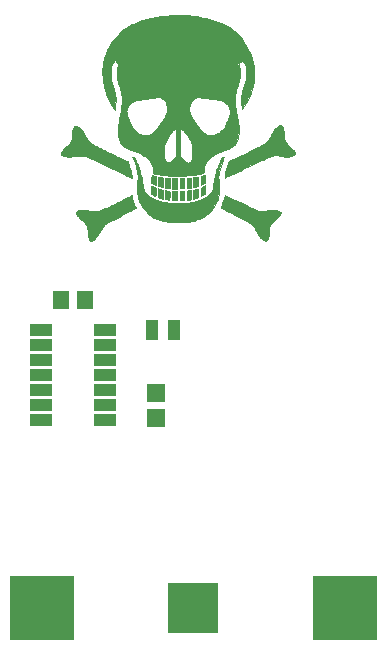
<source format=gbr>
G04 #@! TF.FileFunction,Soldermask,Top*
%FSLAX46Y46*%
G04 Gerber Fmt 4.6, Leading zero omitted, Abs format (unit mm)*
G04 Created by KiCad (PCBNEW 4.0.7) date Tuesday, December 26, 2017 'AMt' 12:13:18 AM*
%MOMM*%
%LPD*%
G01*
G04 APERTURE LIST*
%ADD10C,0.100000*%
%ADD11C,0.010000*%
%ADD12R,4.360000X4.360000*%
%ADD13R,5.480000X5.480000*%
%ADD14R,1.400000X1.650000*%
%ADD15R,1.600000X1.600000*%
%ADD16R,1.100000X1.700000*%
%ADD17R,1.900000X1.000000*%
G04 APERTURE END LIST*
D10*
D11*
G36*
X109729594Y-92701734D02*
X109735930Y-92722166D01*
X109743155Y-92757802D01*
X109746659Y-92779850D01*
X109757420Y-92839414D01*
X109774506Y-92916190D01*
X109796094Y-93003327D01*
X109820360Y-93093981D01*
X109845482Y-93181302D01*
X109869635Y-93258444D01*
X109888146Y-93311174D01*
X109911708Y-93369530D01*
X109942744Y-93441191D01*
X109977132Y-93516863D01*
X110009168Y-93584034D01*
X110036755Y-93641040D01*
X110059301Y-93689224D01*
X110074896Y-93724377D01*
X110081629Y-93742290D01*
X110081631Y-93743676D01*
X110070053Y-93749909D01*
X110037447Y-93767258D01*
X109985240Y-93794967D01*
X109914859Y-93832281D01*
X109827731Y-93878443D01*
X109725283Y-93932698D01*
X109608942Y-93994291D01*
X109480136Y-94062466D01*
X109340291Y-94136468D01*
X109190835Y-94215540D01*
X109033193Y-94298927D01*
X108868795Y-94385874D01*
X108819950Y-94411705D01*
X108652982Y-94500049D01*
X108491794Y-94585431D01*
X108337870Y-94667060D01*
X108192692Y-94744147D01*
X108057743Y-94815899D01*
X107934507Y-94881527D01*
X107824467Y-94940240D01*
X107729105Y-94991247D01*
X107649904Y-95033758D01*
X107588348Y-95066981D01*
X107545920Y-95090126D01*
X107524102Y-95102403D01*
X107522047Y-95103678D01*
X107482580Y-95137499D01*
X107432786Y-95192681D01*
X107373646Y-95267841D01*
X107306140Y-95361596D01*
X107231247Y-95472563D01*
X107149948Y-95599357D01*
X107063223Y-95740596D01*
X107022509Y-95808800D01*
X106970944Y-95895482D01*
X106928484Y-95965217D01*
X106891509Y-96023040D01*
X106856402Y-96073990D01*
X106819545Y-96123102D01*
X106777320Y-96175414D01*
X106726110Y-96235962D01*
X106664401Y-96307361D01*
X106609787Y-96369511D01*
X106567152Y-96415668D01*
X106532406Y-96449512D01*
X106501461Y-96474722D01*
X106470227Y-96494978D01*
X106435065Y-96513736D01*
X106359364Y-96545691D01*
X106296866Y-96558280D01*
X106244508Y-96551644D01*
X106199227Y-96525925D01*
X106197750Y-96524695D01*
X106168397Y-96497174D01*
X106144487Y-96466912D01*
X106125018Y-96430560D01*
X106108988Y-96384764D01*
X106095398Y-96326175D01*
X106083246Y-96251441D01*
X106071531Y-96157210D01*
X106062412Y-96071551D01*
X106043116Y-95888583D01*
X106024846Y-95729619D01*
X106007372Y-95593293D01*
X105990467Y-95478240D01*
X105973903Y-95383095D01*
X105957452Y-95306492D01*
X105940886Y-95247066D01*
X105923977Y-95203452D01*
X105914576Y-95185917D01*
X105899399Y-95167353D01*
X105867813Y-95133503D01*
X105821925Y-95086466D01*
X105763844Y-95028344D01*
X105695676Y-94961236D01*
X105619530Y-94887243D01*
X105537513Y-94808465D01*
X105498900Y-94771679D01*
X105395894Y-94673472D01*
X105309934Y-94590581D01*
X105239379Y-94521117D01*
X105182590Y-94463190D01*
X105137927Y-94414911D01*
X105103751Y-94374390D01*
X105078421Y-94339739D01*
X105060298Y-94309067D01*
X105047742Y-94280485D01*
X105039114Y-94252105D01*
X105035936Y-94238237D01*
X105035069Y-94179685D01*
X105053362Y-94114738D01*
X105088670Y-94050835D01*
X105090761Y-94047916D01*
X105112196Y-94021472D01*
X105135237Y-94003052D01*
X105167156Y-93988533D01*
X105215226Y-93973788D01*
X105227323Y-93970475D01*
X105374244Y-93934956D01*
X105506698Y-93913184D01*
X105631546Y-93905118D01*
X105755652Y-93910716D01*
X105885878Y-93929935D01*
X106029087Y-93962734D01*
X106039614Y-93965495D01*
X106156209Y-93994983D01*
X106254793Y-94016583D01*
X106341230Y-94031071D01*
X106421386Y-94039221D01*
X106501126Y-94041809D01*
X106586316Y-94039609D01*
X106596699Y-94039085D01*
X106671928Y-94034206D01*
X106741985Y-94027268D01*
X106809719Y-94017403D01*
X106877983Y-94003745D01*
X106949629Y-93985429D01*
X107027508Y-93961587D01*
X107114471Y-93931352D01*
X107213370Y-93893859D01*
X107327057Y-93848240D01*
X107458384Y-93793630D01*
X107594400Y-93735913D01*
X107809461Y-93641719D01*
X108043255Y-93534915D01*
X108293222Y-93416744D01*
X108556806Y-93288453D01*
X108831451Y-93151286D01*
X109114599Y-93006488D01*
X109403693Y-92855304D01*
X109410500Y-92851704D01*
X109514776Y-92797221D01*
X109599015Y-92754668D01*
X109662781Y-92724250D01*
X109705642Y-92706172D01*
X109727164Y-92700636D01*
X109729594Y-92701734D01*
X109729594Y-92701734D01*
G37*
X109729594Y-92701734D02*
X109735930Y-92722166D01*
X109743155Y-92757802D01*
X109746659Y-92779850D01*
X109757420Y-92839414D01*
X109774506Y-92916190D01*
X109796094Y-93003327D01*
X109820360Y-93093981D01*
X109845482Y-93181302D01*
X109869635Y-93258444D01*
X109888146Y-93311174D01*
X109911708Y-93369530D01*
X109942744Y-93441191D01*
X109977132Y-93516863D01*
X110009168Y-93584034D01*
X110036755Y-93641040D01*
X110059301Y-93689224D01*
X110074896Y-93724377D01*
X110081629Y-93742290D01*
X110081631Y-93743676D01*
X110070053Y-93749909D01*
X110037447Y-93767258D01*
X109985240Y-93794967D01*
X109914859Y-93832281D01*
X109827731Y-93878443D01*
X109725283Y-93932698D01*
X109608942Y-93994291D01*
X109480136Y-94062466D01*
X109340291Y-94136468D01*
X109190835Y-94215540D01*
X109033193Y-94298927D01*
X108868795Y-94385874D01*
X108819950Y-94411705D01*
X108652982Y-94500049D01*
X108491794Y-94585431D01*
X108337870Y-94667060D01*
X108192692Y-94744147D01*
X108057743Y-94815899D01*
X107934507Y-94881527D01*
X107824467Y-94940240D01*
X107729105Y-94991247D01*
X107649904Y-95033758D01*
X107588348Y-95066981D01*
X107545920Y-95090126D01*
X107524102Y-95102403D01*
X107522047Y-95103678D01*
X107482580Y-95137499D01*
X107432786Y-95192681D01*
X107373646Y-95267841D01*
X107306140Y-95361596D01*
X107231247Y-95472563D01*
X107149948Y-95599357D01*
X107063223Y-95740596D01*
X107022509Y-95808800D01*
X106970944Y-95895482D01*
X106928484Y-95965217D01*
X106891509Y-96023040D01*
X106856402Y-96073990D01*
X106819545Y-96123102D01*
X106777320Y-96175414D01*
X106726110Y-96235962D01*
X106664401Y-96307361D01*
X106609787Y-96369511D01*
X106567152Y-96415668D01*
X106532406Y-96449512D01*
X106501461Y-96474722D01*
X106470227Y-96494978D01*
X106435065Y-96513736D01*
X106359364Y-96545691D01*
X106296866Y-96558280D01*
X106244508Y-96551644D01*
X106199227Y-96525925D01*
X106197750Y-96524695D01*
X106168397Y-96497174D01*
X106144487Y-96466912D01*
X106125018Y-96430560D01*
X106108988Y-96384764D01*
X106095398Y-96326175D01*
X106083246Y-96251441D01*
X106071531Y-96157210D01*
X106062412Y-96071551D01*
X106043116Y-95888583D01*
X106024846Y-95729619D01*
X106007372Y-95593293D01*
X105990467Y-95478240D01*
X105973903Y-95383095D01*
X105957452Y-95306492D01*
X105940886Y-95247066D01*
X105923977Y-95203452D01*
X105914576Y-95185917D01*
X105899399Y-95167353D01*
X105867813Y-95133503D01*
X105821925Y-95086466D01*
X105763844Y-95028344D01*
X105695676Y-94961236D01*
X105619530Y-94887243D01*
X105537513Y-94808465D01*
X105498900Y-94771679D01*
X105395894Y-94673472D01*
X105309934Y-94590581D01*
X105239379Y-94521117D01*
X105182590Y-94463190D01*
X105137927Y-94414911D01*
X105103751Y-94374390D01*
X105078421Y-94339739D01*
X105060298Y-94309067D01*
X105047742Y-94280485D01*
X105039114Y-94252105D01*
X105035936Y-94238237D01*
X105035069Y-94179685D01*
X105053362Y-94114738D01*
X105088670Y-94050835D01*
X105090761Y-94047916D01*
X105112196Y-94021472D01*
X105135237Y-94003052D01*
X105167156Y-93988533D01*
X105215226Y-93973788D01*
X105227323Y-93970475D01*
X105374244Y-93934956D01*
X105506698Y-93913184D01*
X105631546Y-93905118D01*
X105755652Y-93910716D01*
X105885878Y-93929935D01*
X106029087Y-93962734D01*
X106039614Y-93965495D01*
X106156209Y-93994983D01*
X106254793Y-94016583D01*
X106341230Y-94031071D01*
X106421386Y-94039221D01*
X106501126Y-94041809D01*
X106586316Y-94039609D01*
X106596699Y-94039085D01*
X106671928Y-94034206D01*
X106741985Y-94027268D01*
X106809719Y-94017403D01*
X106877983Y-94003745D01*
X106949629Y-93985429D01*
X107027508Y-93961587D01*
X107114471Y-93931352D01*
X107213370Y-93893859D01*
X107327057Y-93848240D01*
X107458384Y-93793630D01*
X107594400Y-93735913D01*
X107809461Y-93641719D01*
X108043255Y-93534915D01*
X108293222Y-93416744D01*
X108556806Y-93288453D01*
X108831451Y-93151286D01*
X109114599Y-93006488D01*
X109403693Y-92855304D01*
X109410500Y-92851704D01*
X109514776Y-92797221D01*
X109599015Y-92754668D01*
X109662781Y-92724250D01*
X109705642Y-92706172D01*
X109727164Y-92700636D01*
X109729594Y-92701734D01*
G36*
X117630312Y-92707749D02*
X117663478Y-92722829D01*
X117716764Y-92747262D01*
X117788714Y-92780373D01*
X117877871Y-92821490D01*
X117982775Y-92869938D01*
X118101971Y-92925045D01*
X118234000Y-92986135D01*
X118377405Y-93052536D01*
X118530728Y-93123574D01*
X118692512Y-93198575D01*
X118861299Y-93276866D01*
X118916450Y-93302457D01*
X119089311Y-93382606D01*
X119257093Y-93460267D01*
X119418195Y-93534708D01*
X119571018Y-93605194D01*
X119713964Y-93670993D01*
X119845432Y-93731371D01*
X119963824Y-93785596D01*
X120067540Y-93832933D01*
X120154981Y-93872650D01*
X120224548Y-93904013D01*
X120274642Y-93926289D01*
X120303664Y-93938744D01*
X120307100Y-93940108D01*
X120456102Y-93987643D01*
X120609786Y-94016710D01*
X120727155Y-94027199D01*
X120815558Y-94029281D01*
X120902253Y-94025275D01*
X120993164Y-94014416D01*
X121094211Y-93995941D01*
X121211317Y-93969085D01*
X121247262Y-93960094D01*
X121373764Y-93930107D01*
X121482369Y-93909659D01*
X121578616Y-93898488D01*
X121668045Y-93896333D01*
X121756191Y-93902934D01*
X121848595Y-93918030D01*
X121900950Y-93929331D01*
X122013754Y-93959502D01*
X122116168Y-93995119D01*
X122204885Y-94034609D01*
X122276601Y-94076399D01*
X122328010Y-94118917D01*
X122345734Y-94140967D01*
X122361021Y-94182632D01*
X122357132Y-94232517D01*
X122333637Y-94291195D01*
X122290110Y-94359237D01*
X122226123Y-94437217D01*
X122141247Y-94525708D01*
X122035055Y-94625282D01*
X121907118Y-94736513D01*
X121890173Y-94750764D01*
X121776523Y-94846773D01*
X121681810Y-94928455D01*
X121604821Y-94996945D01*
X121544341Y-95053376D01*
X121499157Y-95098884D01*
X121468055Y-95134603D01*
X121449821Y-95161667D01*
X121449191Y-95162880D01*
X121439455Y-95184755D01*
X121430809Y-95211390D01*
X121422869Y-95245503D01*
X121415254Y-95289814D01*
X121407580Y-95347041D01*
X121399465Y-95419904D01*
X121390527Y-95511122D01*
X121380381Y-95623412D01*
X121373941Y-95697555D01*
X121362226Y-95826912D01*
X121350925Y-95935122D01*
X121339334Y-96026414D01*
X121326754Y-96105015D01*
X121312483Y-96175154D01*
X121295819Y-96241060D01*
X121276061Y-96306961D01*
X121269525Y-96327060D01*
X121246851Y-96390477D01*
X121225306Y-96436713D01*
X121200767Y-96473442D01*
X121175675Y-96501685D01*
X121134117Y-96538572D01*
X121096205Y-96555636D01*
X121054411Y-96554137D01*
X121001207Y-96535335D01*
X120993967Y-96532098D01*
X120937456Y-96501043D01*
X120869293Y-96455181D01*
X120794586Y-96398793D01*
X120718438Y-96336162D01*
X120645955Y-96271570D01*
X120582242Y-96209299D01*
X120532404Y-96153631D01*
X120514490Y-96129911D01*
X120493340Y-96096039D01*
X120463756Y-96044002D01*
X120428293Y-95978532D01*
X120389503Y-95904365D01*
X120349941Y-95826236D01*
X120341296Y-95808800D01*
X120273643Y-95676531D01*
X120210088Y-95563390D01*
X120147104Y-95464272D01*
X120081161Y-95374076D01*
X120008733Y-95287701D01*
X119926290Y-95200044D01*
X119906675Y-95180297D01*
X119766601Y-95040450D01*
X118522375Y-94394541D01*
X118356700Y-94308502D01*
X118197325Y-94225667D01*
X118045700Y-94146796D01*
X117903277Y-94072647D01*
X117771508Y-94003976D01*
X117651844Y-93941543D01*
X117545738Y-93886104D01*
X117454639Y-93838419D01*
X117380001Y-93799245D01*
X117323274Y-93769339D01*
X117285910Y-93749461D01*
X117269361Y-93740367D01*
X117268682Y-93739914D01*
X117270795Y-93726158D01*
X117282809Y-93693887D01*
X117303003Y-93647173D01*
X117329656Y-93590086D01*
X117347323Y-93553972D01*
X117427544Y-93377187D01*
X117494213Y-93195242D01*
X117549944Y-93000538D01*
X117576282Y-92888007D01*
X117590483Y-92823486D01*
X117602795Y-92768669D01*
X117612218Y-92727914D01*
X117617752Y-92705584D01*
X117618726Y-92702695D01*
X117630312Y-92707749D01*
X117630312Y-92707749D01*
G37*
X117630312Y-92707749D02*
X117663478Y-92722829D01*
X117716764Y-92747262D01*
X117788714Y-92780373D01*
X117877871Y-92821490D01*
X117982775Y-92869938D01*
X118101971Y-92925045D01*
X118234000Y-92986135D01*
X118377405Y-93052536D01*
X118530728Y-93123574D01*
X118692512Y-93198575D01*
X118861299Y-93276866D01*
X118916450Y-93302457D01*
X119089311Y-93382606D01*
X119257093Y-93460267D01*
X119418195Y-93534708D01*
X119571018Y-93605194D01*
X119713964Y-93670993D01*
X119845432Y-93731371D01*
X119963824Y-93785596D01*
X120067540Y-93832933D01*
X120154981Y-93872650D01*
X120224548Y-93904013D01*
X120274642Y-93926289D01*
X120303664Y-93938744D01*
X120307100Y-93940108D01*
X120456102Y-93987643D01*
X120609786Y-94016710D01*
X120727155Y-94027199D01*
X120815558Y-94029281D01*
X120902253Y-94025275D01*
X120993164Y-94014416D01*
X121094211Y-93995941D01*
X121211317Y-93969085D01*
X121247262Y-93960094D01*
X121373764Y-93930107D01*
X121482369Y-93909659D01*
X121578616Y-93898488D01*
X121668045Y-93896333D01*
X121756191Y-93902934D01*
X121848595Y-93918030D01*
X121900950Y-93929331D01*
X122013754Y-93959502D01*
X122116168Y-93995119D01*
X122204885Y-94034609D01*
X122276601Y-94076399D01*
X122328010Y-94118917D01*
X122345734Y-94140967D01*
X122361021Y-94182632D01*
X122357132Y-94232517D01*
X122333637Y-94291195D01*
X122290110Y-94359237D01*
X122226123Y-94437217D01*
X122141247Y-94525708D01*
X122035055Y-94625282D01*
X121907118Y-94736513D01*
X121890173Y-94750764D01*
X121776523Y-94846773D01*
X121681810Y-94928455D01*
X121604821Y-94996945D01*
X121544341Y-95053376D01*
X121499157Y-95098884D01*
X121468055Y-95134603D01*
X121449821Y-95161667D01*
X121449191Y-95162880D01*
X121439455Y-95184755D01*
X121430809Y-95211390D01*
X121422869Y-95245503D01*
X121415254Y-95289814D01*
X121407580Y-95347041D01*
X121399465Y-95419904D01*
X121390527Y-95511122D01*
X121380381Y-95623412D01*
X121373941Y-95697555D01*
X121362226Y-95826912D01*
X121350925Y-95935122D01*
X121339334Y-96026414D01*
X121326754Y-96105015D01*
X121312483Y-96175154D01*
X121295819Y-96241060D01*
X121276061Y-96306961D01*
X121269525Y-96327060D01*
X121246851Y-96390477D01*
X121225306Y-96436713D01*
X121200767Y-96473442D01*
X121175675Y-96501685D01*
X121134117Y-96538572D01*
X121096205Y-96555636D01*
X121054411Y-96554137D01*
X121001207Y-96535335D01*
X120993967Y-96532098D01*
X120937456Y-96501043D01*
X120869293Y-96455181D01*
X120794586Y-96398793D01*
X120718438Y-96336162D01*
X120645955Y-96271570D01*
X120582242Y-96209299D01*
X120532404Y-96153631D01*
X120514490Y-96129911D01*
X120493340Y-96096039D01*
X120463756Y-96044002D01*
X120428293Y-95978532D01*
X120389503Y-95904365D01*
X120349941Y-95826236D01*
X120341296Y-95808800D01*
X120273643Y-95676531D01*
X120210088Y-95563390D01*
X120147104Y-95464272D01*
X120081161Y-95374076D01*
X120008733Y-95287701D01*
X119926290Y-95200044D01*
X119906675Y-95180297D01*
X119766601Y-95040450D01*
X118522375Y-94394541D01*
X118356700Y-94308502D01*
X118197325Y-94225667D01*
X118045700Y-94146796D01*
X117903277Y-94072647D01*
X117771508Y-94003976D01*
X117651844Y-93941543D01*
X117545738Y-93886104D01*
X117454639Y-93838419D01*
X117380001Y-93799245D01*
X117323274Y-93769339D01*
X117285910Y-93749461D01*
X117269361Y-93740367D01*
X117268682Y-93739914D01*
X117270795Y-93726158D01*
X117282809Y-93693887D01*
X117303003Y-93647173D01*
X117329656Y-93590086D01*
X117347323Y-93553972D01*
X117427544Y-93377187D01*
X117494213Y-93195242D01*
X117549944Y-93000538D01*
X117576282Y-92888007D01*
X117590483Y-92823486D01*
X117602795Y-92768669D01*
X117612218Y-92727914D01*
X117617752Y-92705584D01*
X117618726Y-92702695D01*
X117630312Y-92707749D01*
G36*
X117532997Y-89444643D02*
X117524805Y-89477058D01*
X117507402Y-89528667D01*
X117481410Y-89597495D01*
X117472224Y-89620725D01*
X117358975Y-89920847D01*
X117265144Y-90205024D01*
X117190646Y-90473583D01*
X117135395Y-90726850D01*
X117099308Y-90965151D01*
X117087091Y-91097100D01*
X117084091Y-91168780D01*
X117086675Y-91233048D01*
X117095679Y-91302039D01*
X117104580Y-91351100D01*
X117131534Y-91517644D01*
X117148342Y-91689701D01*
X117155423Y-91873431D01*
X117153419Y-92067872D01*
X117138113Y-92328771D01*
X117108703Y-92574724D01*
X117065517Y-92804133D01*
X117008881Y-93015400D01*
X116939120Y-93206927D01*
X116905395Y-93282344D01*
X116807230Y-93467803D01*
X116691051Y-93650832D01*
X116559677Y-93828456D01*
X116415930Y-93997696D01*
X116262629Y-94155576D01*
X116102595Y-94299120D01*
X115938650Y-94425349D01*
X115773612Y-94531287D01*
X115669703Y-94586584D01*
X115568520Y-94632450D01*
X115446693Y-94681748D01*
X115308466Y-94732839D01*
X115158086Y-94784085D01*
X115157250Y-94784359D01*
X115012099Y-94829291D01*
X114871487Y-94867073D01*
X114731488Y-94898252D01*
X114588176Y-94923376D01*
X114437625Y-94942992D01*
X114275910Y-94957647D01*
X114099104Y-94967887D01*
X113903282Y-94974261D01*
X113779300Y-94976404D01*
X113670408Y-94977331D01*
X113560367Y-94977455D01*
X113454291Y-94976829D01*
X113357292Y-94975504D01*
X113274483Y-94973535D01*
X113210977Y-94970974D01*
X113201450Y-94970420D01*
X113055686Y-94959249D01*
X112907747Y-94944012D01*
X112765377Y-94925662D01*
X112636320Y-94905152D01*
X112572800Y-94893088D01*
X112453512Y-94866700D01*
X112326881Y-94835048D01*
X112197477Y-94799546D01*
X112069870Y-94761610D01*
X111948633Y-94722657D01*
X111838336Y-94684103D01*
X111743550Y-94647363D01*
X111668846Y-94613853D01*
X111664750Y-94611798D01*
X111495452Y-94514206D01*
X111327105Y-94394352D01*
X111162348Y-94255315D01*
X111003821Y-94100178D01*
X110854166Y-93932020D01*
X110716021Y-93753923D01*
X110592028Y-93568967D01*
X110484825Y-93380234D01*
X110397054Y-93190804D01*
X110357720Y-93086573D01*
X110302114Y-92900297D01*
X110256937Y-92696748D01*
X110222599Y-92481403D01*
X110199512Y-92259743D01*
X110188088Y-92037246D01*
X110188739Y-91819389D01*
X110201876Y-91611653D01*
X110227911Y-91419515D01*
X110231139Y-91401903D01*
X110248415Y-91297220D01*
X110257377Y-91205884D01*
X110258484Y-91117405D01*
X110252197Y-91021293D01*
X110249151Y-90991371D01*
X110223189Y-90800810D01*
X110185489Y-90603937D01*
X110135308Y-90397969D01*
X110071901Y-90180124D01*
X109994524Y-89947618D01*
X109904583Y-89703278D01*
X109878482Y-89635808D01*
X109854588Y-89575172D01*
X109834771Y-89526025D01*
X109820897Y-89493020D01*
X109816023Y-89482562D01*
X109807522Y-89460061D01*
X109808304Y-89450462D01*
X109822561Y-89450838D01*
X109854516Y-89457514D01*
X109897658Y-89469096D01*
X109904172Y-89471015D01*
X109950851Y-89485704D01*
X109979925Y-89498771D01*
X109998279Y-89515339D01*
X110012799Y-89540528D01*
X110020631Y-89557640D01*
X110056759Y-89641838D01*
X110098705Y-89745096D01*
X110144546Y-89862285D01*
X110192359Y-89988273D01*
X110240220Y-90117928D01*
X110286208Y-90246121D01*
X110328400Y-90367721D01*
X110361550Y-90467324D01*
X110426026Y-90671993D01*
X110481961Y-90863349D01*
X110530676Y-91047248D01*
X110573494Y-91229546D01*
X110611735Y-91416099D01*
X110646720Y-91612764D01*
X110679771Y-91825396D01*
X110699566Y-91965588D01*
X110744504Y-92294327D01*
X110794924Y-92354549D01*
X110874209Y-92441395D01*
X110970744Y-92534471D01*
X111078880Y-92629014D01*
X111192968Y-92720267D01*
X111307358Y-92803467D01*
X111398050Y-92862731D01*
X111472943Y-92905737D01*
X111564553Y-92953621D01*
X111665633Y-93002983D01*
X111768936Y-93050423D01*
X111867216Y-93092540D01*
X111953226Y-93125935D01*
X111975900Y-93133862D01*
X112173702Y-93194459D01*
X112382355Y-93245946D01*
X112604569Y-93288778D01*
X112843058Y-93323409D01*
X113100533Y-93350296D01*
X113379706Y-93369891D01*
X113385600Y-93370215D01*
X113689356Y-93381328D01*
X113974172Y-93379992D01*
X114243445Y-93365850D01*
X114500572Y-93338547D01*
X114748949Y-93297727D01*
X114991972Y-93243034D01*
X115220750Y-93177974D01*
X115445631Y-93100547D01*
X115655978Y-93013791D01*
X115850296Y-92918667D01*
X116027090Y-92816134D01*
X116184867Y-92707154D01*
X116322132Y-92592687D01*
X116437391Y-92473695D01*
X116529149Y-92351139D01*
X116544120Y-92327002D01*
X116558372Y-92301791D01*
X116569768Y-92276742D01*
X116579282Y-92247620D01*
X116587889Y-92210192D01*
X116596562Y-92160222D01*
X116606276Y-92093477D01*
X116617944Y-92006187D01*
X116646683Y-91795764D01*
X116675401Y-91605675D01*
X116705244Y-91430882D01*
X116737356Y-91266347D01*
X116772883Y-91107030D01*
X116812972Y-90947893D01*
X116858767Y-90783897D01*
X116911414Y-90610003D01*
X116972058Y-90421174D01*
X116992102Y-90360500D01*
X117026004Y-90260441D01*
X117062509Y-90156239D01*
X117100465Y-90050876D01*
X117138721Y-89947332D01*
X117176127Y-89848590D01*
X117211531Y-89757629D01*
X117243781Y-89677433D01*
X117271726Y-89610982D01*
X117294214Y-89561258D01*
X117310096Y-89531242D01*
X117314735Y-89525004D01*
X117333901Y-89512666D01*
X117369501Y-89494985D01*
X117414090Y-89475110D01*
X117460225Y-89456188D01*
X117500465Y-89441367D01*
X117527365Y-89433793D01*
X117531353Y-89433400D01*
X117532997Y-89444643D01*
X117532997Y-89444643D01*
G37*
X117532997Y-89444643D02*
X117524805Y-89477058D01*
X117507402Y-89528667D01*
X117481410Y-89597495D01*
X117472224Y-89620725D01*
X117358975Y-89920847D01*
X117265144Y-90205024D01*
X117190646Y-90473583D01*
X117135395Y-90726850D01*
X117099308Y-90965151D01*
X117087091Y-91097100D01*
X117084091Y-91168780D01*
X117086675Y-91233048D01*
X117095679Y-91302039D01*
X117104580Y-91351100D01*
X117131534Y-91517644D01*
X117148342Y-91689701D01*
X117155423Y-91873431D01*
X117153419Y-92067872D01*
X117138113Y-92328771D01*
X117108703Y-92574724D01*
X117065517Y-92804133D01*
X117008881Y-93015400D01*
X116939120Y-93206927D01*
X116905395Y-93282344D01*
X116807230Y-93467803D01*
X116691051Y-93650832D01*
X116559677Y-93828456D01*
X116415930Y-93997696D01*
X116262629Y-94155576D01*
X116102595Y-94299120D01*
X115938650Y-94425349D01*
X115773612Y-94531287D01*
X115669703Y-94586584D01*
X115568520Y-94632450D01*
X115446693Y-94681748D01*
X115308466Y-94732839D01*
X115158086Y-94784085D01*
X115157250Y-94784359D01*
X115012099Y-94829291D01*
X114871487Y-94867073D01*
X114731488Y-94898252D01*
X114588176Y-94923376D01*
X114437625Y-94942992D01*
X114275910Y-94957647D01*
X114099104Y-94967887D01*
X113903282Y-94974261D01*
X113779300Y-94976404D01*
X113670408Y-94977331D01*
X113560367Y-94977455D01*
X113454291Y-94976829D01*
X113357292Y-94975504D01*
X113274483Y-94973535D01*
X113210977Y-94970974D01*
X113201450Y-94970420D01*
X113055686Y-94959249D01*
X112907747Y-94944012D01*
X112765377Y-94925662D01*
X112636320Y-94905152D01*
X112572800Y-94893088D01*
X112453512Y-94866700D01*
X112326881Y-94835048D01*
X112197477Y-94799546D01*
X112069870Y-94761610D01*
X111948633Y-94722657D01*
X111838336Y-94684103D01*
X111743550Y-94647363D01*
X111668846Y-94613853D01*
X111664750Y-94611798D01*
X111495452Y-94514206D01*
X111327105Y-94394352D01*
X111162348Y-94255315D01*
X111003821Y-94100178D01*
X110854166Y-93932020D01*
X110716021Y-93753923D01*
X110592028Y-93568967D01*
X110484825Y-93380234D01*
X110397054Y-93190804D01*
X110357720Y-93086573D01*
X110302114Y-92900297D01*
X110256937Y-92696748D01*
X110222599Y-92481403D01*
X110199512Y-92259743D01*
X110188088Y-92037246D01*
X110188739Y-91819389D01*
X110201876Y-91611653D01*
X110227911Y-91419515D01*
X110231139Y-91401903D01*
X110248415Y-91297220D01*
X110257377Y-91205884D01*
X110258484Y-91117405D01*
X110252197Y-91021293D01*
X110249151Y-90991371D01*
X110223189Y-90800810D01*
X110185489Y-90603937D01*
X110135308Y-90397969D01*
X110071901Y-90180124D01*
X109994524Y-89947618D01*
X109904583Y-89703278D01*
X109878482Y-89635808D01*
X109854588Y-89575172D01*
X109834771Y-89526025D01*
X109820897Y-89493020D01*
X109816023Y-89482562D01*
X109807522Y-89460061D01*
X109808304Y-89450462D01*
X109822561Y-89450838D01*
X109854516Y-89457514D01*
X109897658Y-89469096D01*
X109904172Y-89471015D01*
X109950851Y-89485704D01*
X109979925Y-89498771D01*
X109998279Y-89515339D01*
X110012799Y-89540528D01*
X110020631Y-89557640D01*
X110056759Y-89641838D01*
X110098705Y-89745096D01*
X110144546Y-89862285D01*
X110192359Y-89988273D01*
X110240220Y-90117928D01*
X110286208Y-90246121D01*
X110328400Y-90367721D01*
X110361550Y-90467324D01*
X110426026Y-90671993D01*
X110481961Y-90863349D01*
X110530676Y-91047248D01*
X110573494Y-91229546D01*
X110611735Y-91416099D01*
X110646720Y-91612764D01*
X110679771Y-91825396D01*
X110699566Y-91965588D01*
X110744504Y-92294327D01*
X110794924Y-92354549D01*
X110874209Y-92441395D01*
X110970744Y-92534471D01*
X111078880Y-92629014D01*
X111192968Y-92720267D01*
X111307358Y-92803467D01*
X111398050Y-92862731D01*
X111472943Y-92905737D01*
X111564553Y-92953621D01*
X111665633Y-93002983D01*
X111768936Y-93050423D01*
X111867216Y-93092540D01*
X111953226Y-93125935D01*
X111975900Y-93133862D01*
X112173702Y-93194459D01*
X112382355Y-93245946D01*
X112604569Y-93288778D01*
X112843058Y-93323409D01*
X113100533Y-93350296D01*
X113379706Y-93369891D01*
X113385600Y-93370215D01*
X113689356Y-93381328D01*
X113974172Y-93379992D01*
X114243445Y-93365850D01*
X114500572Y-93338547D01*
X114748949Y-93297727D01*
X114991972Y-93243034D01*
X115220750Y-93177974D01*
X115445631Y-93100547D01*
X115655978Y-93013791D01*
X115850296Y-92918667D01*
X116027090Y-92816134D01*
X116184867Y-92707154D01*
X116322132Y-92592687D01*
X116437391Y-92473695D01*
X116529149Y-92351139D01*
X116544120Y-92327002D01*
X116558372Y-92301791D01*
X116569768Y-92276742D01*
X116579282Y-92247620D01*
X116587889Y-92210192D01*
X116596562Y-92160222D01*
X116606276Y-92093477D01*
X116617944Y-92006187D01*
X116646683Y-91795764D01*
X116675401Y-91605675D01*
X116705244Y-91430882D01*
X116737356Y-91266347D01*
X116772883Y-91107030D01*
X116812972Y-90947893D01*
X116858767Y-90783897D01*
X116911414Y-90610003D01*
X116972058Y-90421174D01*
X116992102Y-90360500D01*
X117026004Y-90260441D01*
X117062509Y-90156239D01*
X117100465Y-90050876D01*
X117138721Y-89947332D01*
X117176127Y-89848590D01*
X117211531Y-89757629D01*
X117243781Y-89677433D01*
X117271726Y-89610982D01*
X117294214Y-89561258D01*
X117310096Y-89531242D01*
X117314735Y-89525004D01*
X117333901Y-89512666D01*
X117369501Y-89494985D01*
X117414090Y-89475110D01*
X117460225Y-89456188D01*
X117500465Y-89441367D01*
X117527365Y-89433793D01*
X117531353Y-89433400D01*
X117532997Y-89444643D01*
G36*
X114191361Y-92705066D02*
X114193335Y-92802096D01*
X114194485Y-92890949D01*
X114194822Y-92968444D01*
X114194356Y-93031401D01*
X114193098Y-93076638D01*
X114191060Y-93100974D01*
X114189998Y-93104175D01*
X114174190Y-93108333D01*
X114137672Y-93112945D01*
X114085120Y-93117567D01*
X114021206Y-93121755D01*
X113985675Y-93123583D01*
X113792000Y-93132649D01*
X113792000Y-92332727D01*
X113889166Y-92324513D01*
X113955202Y-92320183D01*
X114028899Y-92317207D01*
X114084203Y-92316300D01*
X114182075Y-92316300D01*
X114191361Y-92705066D01*
X114191361Y-92705066D01*
G37*
X114191361Y-92705066D02*
X114193335Y-92802096D01*
X114194485Y-92890949D01*
X114194822Y-92968444D01*
X114194356Y-93031401D01*
X114193098Y-93076638D01*
X114191060Y-93100974D01*
X114189998Y-93104175D01*
X114174190Y-93108333D01*
X114137672Y-93112945D01*
X114085120Y-93117567D01*
X114021206Y-93121755D01*
X113985675Y-93123583D01*
X113792000Y-93132649D01*
X113792000Y-92332727D01*
X113889166Y-92324513D01*
X113955202Y-92320183D01*
X114028899Y-92317207D01*
X114084203Y-92316300D01*
X114182075Y-92316300D01*
X114191361Y-92705066D01*
G36*
X113576100Y-93116400D02*
X113471325Y-93114071D01*
X113403537Y-93111868D01*
X113328328Y-93108376D01*
X113264950Y-93104546D01*
X113163350Y-93097350D01*
X113159988Y-92713175D01*
X113156627Y-92329000D01*
X113576100Y-92329000D01*
X113576100Y-93116400D01*
X113576100Y-93116400D01*
G37*
X113576100Y-93116400D02*
X113471325Y-93114071D01*
X113403537Y-93111868D01*
X113328328Y-93108376D01*
X113264950Y-93104546D01*
X113163350Y-93097350D01*
X113159988Y-92713175D01*
X113156627Y-92329000D01*
X113576100Y-92329000D01*
X113576100Y-93116400D01*
G36*
X114736847Y-92314817D02*
X114738930Y-92342615D01*
X114740797Y-92391708D01*
X114742367Y-92457989D01*
X114743560Y-92537353D01*
X114744295Y-92625693D01*
X114744500Y-92703482D01*
X114744500Y-93036319D01*
X114614325Y-93058259D01*
X114554850Y-93068269D01*
X114500463Y-93077399D01*
X114458804Y-93084367D01*
X114442875Y-93087013D01*
X114401600Y-93093826D01*
X114401600Y-92295347D01*
X114565397Y-92277167D01*
X114729195Y-92258988D01*
X114736847Y-92314817D01*
X114736847Y-92314817D01*
G37*
X114736847Y-92314817D02*
X114738930Y-92342615D01*
X114740797Y-92391708D01*
X114742367Y-92457989D01*
X114743560Y-92537353D01*
X114744295Y-92625693D01*
X114744500Y-92703482D01*
X114744500Y-93036319D01*
X114614325Y-93058259D01*
X114554850Y-93068269D01*
X114500463Y-93077399D01*
X114458804Y-93084367D01*
X114442875Y-93087013D01*
X114401600Y-93093826D01*
X114401600Y-92295347D01*
X114565397Y-92277167D01*
X114729195Y-92258988D01*
X114736847Y-92314817D01*
G36*
X112640165Y-92277676D02*
X112687905Y-92282558D01*
X112743493Y-92289358D01*
X112801197Y-92297299D01*
X112855285Y-92305604D01*
X112900027Y-92313494D01*
X112929690Y-92320192D01*
X112938564Y-92323924D01*
X112940702Y-92339087D01*
X112942403Y-92376374D01*
X112943623Y-92432510D01*
X112944319Y-92504224D01*
X112944446Y-92588240D01*
X112943960Y-92681286D01*
X112943725Y-92706825D01*
X112942325Y-92820067D01*
X112940578Y-92909873D01*
X112938382Y-92978207D01*
X112935636Y-93027031D01*
X112932239Y-93058308D01*
X112928090Y-93074002D01*
X112924675Y-93076766D01*
X112904543Y-93074163D01*
X112868076Y-93068990D01*
X112833150Y-93063849D01*
X112777226Y-93055359D01*
X112713095Y-93045428D01*
X112671225Y-93038835D01*
X112585500Y-93025205D01*
X112585500Y-92653819D01*
X112585685Y-92559298D01*
X112586211Y-92473261D01*
X112587029Y-92398916D01*
X112588090Y-92339472D01*
X112589346Y-92298136D01*
X112590750Y-92278118D01*
X112591152Y-92276780D01*
X112606003Y-92275491D01*
X112640165Y-92277676D01*
X112640165Y-92277676D01*
G37*
X112640165Y-92277676D02*
X112687905Y-92282558D01*
X112743493Y-92289358D01*
X112801197Y-92297299D01*
X112855285Y-92305604D01*
X112900027Y-92313494D01*
X112929690Y-92320192D01*
X112938564Y-92323924D01*
X112940702Y-92339087D01*
X112942403Y-92376374D01*
X112943623Y-92432510D01*
X112944319Y-92504224D01*
X112944446Y-92588240D01*
X112943960Y-92681286D01*
X112943725Y-92706825D01*
X112942325Y-92820067D01*
X112940578Y-92909873D01*
X112938382Y-92978207D01*
X112935636Y-93027031D01*
X112932239Y-93058308D01*
X112928090Y-93074002D01*
X112924675Y-93076766D01*
X112904543Y-93074163D01*
X112868076Y-93068990D01*
X112833150Y-93063849D01*
X112777226Y-93055359D01*
X112713095Y-93045428D01*
X112671225Y-93038835D01*
X112585500Y-93025205D01*
X112585500Y-92653819D01*
X112585685Y-92559298D01*
X112586211Y-92473261D01*
X112587029Y-92398916D01*
X112588090Y-92339472D01*
X112589346Y-92298136D01*
X112590750Y-92278118D01*
X112591152Y-92276780D01*
X112606003Y-92275491D01*
X112640165Y-92277676D01*
G36*
X115360166Y-92123399D02*
X115361868Y-92137320D01*
X115363408Y-92173387D01*
X115364729Y-92228347D01*
X115365771Y-92298945D01*
X115366478Y-92381929D01*
X115366790Y-92474045D01*
X115366800Y-92494018D01*
X115366800Y-92858003D01*
X115268375Y-92892010D01*
X115196324Y-92916101D01*
X115126605Y-92937970D01*
X115063434Y-92956444D01*
X115011024Y-92970352D01*
X114973591Y-92978519D01*
X114955349Y-92979775D01*
X114954544Y-92979311D01*
X114952816Y-92965355D01*
X114951249Y-92929199D01*
X114949899Y-92874040D01*
X114948823Y-92803077D01*
X114948078Y-92719508D01*
X114947722Y-92626534D01*
X114947700Y-92595913D01*
X114947700Y-92219359D01*
X115033425Y-92202605D01*
X115086352Y-92190937D01*
X115151727Y-92174638D01*
X115217766Y-92156687D01*
X115236341Y-92151308D01*
X115287243Y-92137140D01*
X115328454Y-92127238D01*
X115354350Y-92122870D01*
X115360166Y-92123399D01*
X115360166Y-92123399D01*
G37*
X115360166Y-92123399D02*
X115361868Y-92137320D01*
X115363408Y-92173387D01*
X115364729Y-92228347D01*
X115365771Y-92298945D01*
X115366478Y-92381929D01*
X115366790Y-92474045D01*
X115366800Y-92494018D01*
X115366800Y-92858003D01*
X115268375Y-92892010D01*
X115196324Y-92916101D01*
X115126605Y-92937970D01*
X115063434Y-92956444D01*
X115011024Y-92970352D01*
X114973591Y-92978519D01*
X114955349Y-92979775D01*
X114954544Y-92979311D01*
X114952816Y-92965355D01*
X114951249Y-92929199D01*
X114949899Y-92874040D01*
X114948823Y-92803077D01*
X114948078Y-92719508D01*
X114947722Y-92626534D01*
X114947700Y-92595913D01*
X114947700Y-92219359D01*
X115033425Y-92202605D01*
X115086352Y-92190937D01*
X115151727Y-92174638D01*
X115217766Y-92156687D01*
X115236341Y-92151308D01*
X115287243Y-92137140D01*
X115328454Y-92127238D01*
X115354350Y-92122870D01*
X115360166Y-92123399D01*
G36*
X112024739Y-92131458D02*
X112058444Y-92142188D01*
X112109531Y-92157108D01*
X112170745Y-92174226D01*
X112234832Y-92191554D01*
X112294537Y-92207101D01*
X112342604Y-92218877D01*
X112347566Y-92220015D01*
X112382682Y-92227979D01*
X112379316Y-92598995D01*
X112378251Y-92708417D01*
X112377019Y-92794972D01*
X112375252Y-92861189D01*
X112372579Y-92909601D01*
X112368633Y-92942738D01*
X112363044Y-92963132D01*
X112355444Y-92973314D01*
X112345464Y-92975814D01*
X112332734Y-92973165D01*
X112325150Y-92970676D01*
X112308940Y-92965500D01*
X112273283Y-92954294D01*
X112222987Y-92938563D01*
X112162861Y-92919812D01*
X112144175Y-92913994D01*
X111975900Y-92861624D01*
X111975900Y-92114226D01*
X112024739Y-92131458D01*
X112024739Y-92131458D01*
G37*
X112024739Y-92131458D02*
X112058444Y-92142188D01*
X112109531Y-92157108D01*
X112170745Y-92174226D01*
X112234832Y-92191554D01*
X112294537Y-92207101D01*
X112342604Y-92218877D01*
X112347566Y-92220015D01*
X112382682Y-92227979D01*
X112379316Y-92598995D01*
X112378251Y-92708417D01*
X112377019Y-92794972D01*
X112375252Y-92861189D01*
X112372579Y-92909601D01*
X112368633Y-92942738D01*
X112363044Y-92963132D01*
X112355444Y-92973314D01*
X112345464Y-92975814D01*
X112332734Y-92973165D01*
X112325150Y-92970676D01*
X112308940Y-92965500D01*
X112273283Y-92954294D01*
X112222987Y-92938563D01*
X112162861Y-92919812D01*
X112144175Y-92913994D01*
X111975900Y-92861624D01*
X111975900Y-92114226D01*
X112024739Y-92131458D01*
G36*
X111436860Y-91881702D02*
X111471813Y-91897701D01*
X111520658Y-91920626D01*
X111578919Y-91948387D01*
X111605925Y-91961375D01*
X111775700Y-92043250D01*
X111767850Y-92213533D01*
X111764803Y-92294481D01*
X111762308Y-92389072D01*
X111760621Y-92485550D01*
X111760000Y-92572160D01*
X111760000Y-92572308D01*
X111759395Y-92638226D01*
X111757730Y-92694084D01*
X111755228Y-92735470D01*
X111752111Y-92757972D01*
X111750475Y-92760770D01*
X111735969Y-92754901D01*
X111704708Y-92739137D01*
X111661974Y-92716208D01*
X111633000Y-92700131D01*
X111577567Y-92668168D01*
X111522692Y-92635119D01*
X111477510Y-92606530D01*
X111464725Y-92597950D01*
X111404400Y-92556379D01*
X111404400Y-92213158D01*
X111404642Y-92106777D01*
X111405438Y-92023532D01*
X111406896Y-91961165D01*
X111409120Y-91917416D01*
X111412218Y-91890026D01*
X111416293Y-91876735D01*
X111420275Y-91874718D01*
X111436860Y-91881702D01*
X111436860Y-91881702D01*
G37*
X111436860Y-91881702D02*
X111471813Y-91897701D01*
X111520658Y-91920626D01*
X111578919Y-91948387D01*
X111605925Y-91961375D01*
X111775700Y-92043250D01*
X111767850Y-92213533D01*
X111764803Y-92294481D01*
X111762308Y-92389072D01*
X111760621Y-92485550D01*
X111760000Y-92572160D01*
X111760000Y-92572308D01*
X111759395Y-92638226D01*
X111757730Y-92694084D01*
X111755228Y-92735470D01*
X111752111Y-92757972D01*
X111750475Y-92760770D01*
X111735969Y-92754901D01*
X111704708Y-92739137D01*
X111661974Y-92716208D01*
X111633000Y-92700131D01*
X111577567Y-92668168D01*
X111522692Y-92635119D01*
X111477510Y-92606530D01*
X111464725Y-92597950D01*
X111404400Y-92556379D01*
X111404400Y-92213158D01*
X111404642Y-92106777D01*
X111405438Y-92023532D01*
X111406896Y-91961165D01*
X111409120Y-91917416D01*
X111412218Y-91890026D01*
X111416293Y-91876735D01*
X111420275Y-91874718D01*
X111436860Y-91881702D01*
G36*
X115931239Y-91872551D02*
X115933467Y-91905719D01*
X115935373Y-91957966D01*
X115936869Y-92026132D01*
X115937871Y-92107057D01*
X115938292Y-92197581D01*
X115938300Y-92211954D01*
X115938300Y-92566924D01*
X115887602Y-92600474D01*
X115851215Y-92623082D01*
X115804035Y-92650346D01*
X115751259Y-92679514D01*
X115698082Y-92707835D01*
X115649702Y-92732558D01*
X115611313Y-92750931D01*
X115588113Y-92760203D01*
X115584818Y-92760800D01*
X115580173Y-92753536D01*
X115576500Y-92730545D01*
X115573724Y-92690025D01*
X115571771Y-92630176D01*
X115570568Y-92549198D01*
X115570039Y-92445288D01*
X115570000Y-92400962D01*
X115570000Y-92041125D01*
X115744625Y-91953694D01*
X115805627Y-91923159D01*
X115858611Y-91896653D01*
X115899413Y-91876258D01*
X115923869Y-91864055D01*
X115928775Y-91861623D01*
X115931239Y-91872551D01*
X115931239Y-91872551D01*
G37*
X115931239Y-91872551D02*
X115933467Y-91905719D01*
X115935373Y-91957966D01*
X115936869Y-92026132D01*
X115937871Y-92107057D01*
X115938292Y-92197581D01*
X115938300Y-92211954D01*
X115938300Y-92566924D01*
X115887602Y-92600474D01*
X115851215Y-92623082D01*
X115804035Y-92650346D01*
X115751259Y-92679514D01*
X115698082Y-92707835D01*
X115649702Y-92732558D01*
X115611313Y-92750931D01*
X115588113Y-92760203D01*
X115584818Y-92760800D01*
X115580173Y-92753536D01*
X115576500Y-92730545D01*
X115573724Y-92690025D01*
X115571771Y-92630176D01*
X115570568Y-92549198D01*
X115570039Y-92445288D01*
X115570000Y-92400962D01*
X115570000Y-92041125D01*
X115744625Y-91953694D01*
X115805627Y-91923159D01*
X115858611Y-91896653D01*
X115899413Y-91876258D01*
X115923869Y-91864055D01*
X115928775Y-91861623D01*
X115931239Y-91872551D01*
G36*
X113576100Y-92125800D02*
X113157000Y-92125800D01*
X113157000Y-91236800D01*
X113576100Y-91236800D01*
X113576100Y-92125800D01*
X113576100Y-92125800D01*
G37*
X113576100Y-92125800D02*
X113157000Y-92125800D01*
X113157000Y-91236800D01*
X113576100Y-91236800D01*
X113576100Y-92125800D01*
G36*
X114185700Y-92096947D02*
X114126777Y-92105023D01*
X114088816Y-92108440D01*
X114034007Y-92111141D01*
X113970903Y-92112775D01*
X113929927Y-92113100D01*
X113792000Y-92113100D01*
X113792000Y-91236800D01*
X113910787Y-91236800D01*
X113974991Y-91235859D01*
X114040459Y-91233359D01*
X114095518Y-91229784D01*
X114107637Y-91228640D01*
X114185700Y-91220481D01*
X114185700Y-92096947D01*
X114185700Y-92096947D01*
G37*
X114185700Y-92096947D02*
X114126777Y-92105023D01*
X114088816Y-92108440D01*
X114034007Y-92111141D01*
X113970903Y-92112775D01*
X113929927Y-92113100D01*
X113792000Y-92113100D01*
X113792000Y-91236800D01*
X113910787Y-91236800D01*
X113974991Y-91235859D01*
X114040459Y-91233359D01*
X114095518Y-91229784D01*
X114107637Y-91228640D01*
X114185700Y-91220481D01*
X114185700Y-92096947D01*
G36*
X112651492Y-91213734D02*
X112701597Y-91215258D01*
X112762766Y-91217913D01*
X112780998Y-91218831D01*
X112953800Y-91227794D01*
X112953800Y-92100400D01*
X112899825Y-92099035D01*
X112862619Y-92096545D01*
X112809601Y-92091067D01*
X112750043Y-92083605D01*
X112726578Y-92080305D01*
X112674528Y-92072286D01*
X112632808Y-92065028D01*
X112607213Y-92059582D01*
X112602083Y-92057716D01*
X112600814Y-92044235D01*
X112599783Y-92008996D01*
X112598982Y-91955642D01*
X112598405Y-91887812D01*
X112598046Y-91809149D01*
X112597899Y-91723294D01*
X112597957Y-91633889D01*
X112598215Y-91544574D01*
X112598666Y-91458991D01*
X112599303Y-91380781D01*
X112600121Y-91313586D01*
X112601113Y-91261046D01*
X112602274Y-91226805D01*
X112603526Y-91214540D01*
X112617213Y-91213456D01*
X112651492Y-91213734D01*
X112651492Y-91213734D01*
G37*
X112651492Y-91213734D02*
X112701597Y-91215258D01*
X112762766Y-91217913D01*
X112780998Y-91218831D01*
X112953800Y-91227794D01*
X112953800Y-92100400D01*
X112899825Y-92099035D01*
X112862619Y-92096545D01*
X112809601Y-92091067D01*
X112750043Y-92083605D01*
X112726578Y-92080305D01*
X112674528Y-92072286D01*
X112632808Y-92065028D01*
X112607213Y-92059582D01*
X112602083Y-92057716D01*
X112600814Y-92044235D01*
X112599783Y-92008996D01*
X112598982Y-91955642D01*
X112598405Y-91887812D01*
X112598046Y-91809149D01*
X112597899Y-91723294D01*
X112597957Y-91633889D01*
X112598215Y-91544574D01*
X112598666Y-91458991D01*
X112599303Y-91380781D01*
X112600121Y-91313586D01*
X112601113Y-91261046D01*
X112602274Y-91226805D01*
X112603526Y-91214540D01*
X112617213Y-91213456D01*
X112651492Y-91213734D01*
G36*
X114731800Y-91623132D02*
X114731709Y-91724337D01*
X114731450Y-91816968D01*
X114731047Y-91898091D01*
X114730520Y-91964770D01*
X114729891Y-92014069D01*
X114729182Y-92043055D01*
X114728625Y-92049701D01*
X114715554Y-92051218D01*
X114682275Y-92055275D01*
X114633784Y-92061260D01*
X114575076Y-92068558D01*
X114573532Y-92068751D01*
X114514040Y-92076091D01*
X114464054Y-92082107D01*
X114428786Y-92086182D01*
X114413452Y-92087699D01*
X114413416Y-92087700D01*
X114407939Y-92076179D01*
X114401836Y-92046165D01*
X114397059Y-92009637D01*
X114394887Y-91976086D01*
X114392934Y-91921382D01*
X114391278Y-91849770D01*
X114390000Y-91765496D01*
X114389180Y-91672807D01*
X114388900Y-91578412D01*
X114388900Y-91225250D01*
X114430175Y-91218866D01*
X114460534Y-91215359D01*
X114508469Y-91211141D01*
X114566191Y-91206861D01*
X114601625Y-91204573D01*
X114731800Y-91196664D01*
X114731800Y-91623132D01*
X114731800Y-91623132D01*
G37*
X114731800Y-91623132D02*
X114731709Y-91724337D01*
X114731450Y-91816968D01*
X114731047Y-91898091D01*
X114730520Y-91964770D01*
X114729891Y-92014069D01*
X114729182Y-92043055D01*
X114728625Y-92049701D01*
X114715554Y-92051218D01*
X114682275Y-92055275D01*
X114633784Y-92061260D01*
X114575076Y-92068558D01*
X114573532Y-92068751D01*
X114514040Y-92076091D01*
X114464054Y-92082107D01*
X114428786Y-92086182D01*
X114413452Y-92087699D01*
X114413416Y-92087700D01*
X114407939Y-92076179D01*
X114401836Y-92046165D01*
X114397059Y-92009637D01*
X114394887Y-91976086D01*
X114392934Y-91921382D01*
X114391278Y-91849770D01*
X114390000Y-91765496D01*
X114389180Y-91672807D01*
X114388900Y-91578412D01*
X114388900Y-91225250D01*
X114430175Y-91218866D01*
X114460534Y-91215359D01*
X114508469Y-91211141D01*
X114566191Y-91206861D01*
X114601625Y-91204573D01*
X114731800Y-91196664D01*
X114731800Y-91623132D01*
G36*
X112000646Y-91136431D02*
X112036547Y-91140980D01*
X112088659Y-91147920D01*
X112152515Y-91156660D01*
X112196935Y-91162848D01*
X112398921Y-91191169D01*
X112390610Y-91495441D01*
X112388202Y-91588174D01*
X112386068Y-91679089D01*
X112384314Y-91762906D01*
X112383049Y-91834343D01*
X112382379Y-91888123D01*
X112382300Y-91905606D01*
X112381687Y-91957835D01*
X112379166Y-91989518D01*
X112373714Y-92005494D01*
X112364309Y-92010601D01*
X112360075Y-92010723D01*
X112339626Y-92006915D01*
X112300584Y-91997139D01*
X112248633Y-91982891D01*
X112191800Y-91966370D01*
X112131059Y-91947924D01*
X112076224Y-91930688D01*
X112033638Y-91916689D01*
X112010825Y-91908456D01*
X111975900Y-91894118D01*
X111975900Y-91514659D01*
X111976205Y-91419397D01*
X111977071Y-91332873D01*
X111978418Y-91258200D01*
X111980168Y-91198493D01*
X111982244Y-91156865D01*
X111984566Y-91136431D01*
X111985425Y-91134863D01*
X112000646Y-91136431D01*
X112000646Y-91136431D01*
G37*
X112000646Y-91136431D02*
X112036547Y-91140980D01*
X112088659Y-91147920D01*
X112152515Y-91156660D01*
X112196935Y-91162848D01*
X112398921Y-91191169D01*
X112390610Y-91495441D01*
X112388202Y-91588174D01*
X112386068Y-91679089D01*
X112384314Y-91762906D01*
X112383049Y-91834343D01*
X112382379Y-91888123D01*
X112382300Y-91905606D01*
X112381687Y-91957835D01*
X112379166Y-91989518D01*
X112373714Y-92005494D01*
X112364309Y-92010601D01*
X112360075Y-92010723D01*
X112339626Y-92006915D01*
X112300584Y-91997139D01*
X112248633Y-91982891D01*
X112191800Y-91966370D01*
X112131059Y-91947924D01*
X112076224Y-91930688D01*
X112033638Y-91916689D01*
X112010825Y-91908456D01*
X111975900Y-91894118D01*
X111975900Y-91514659D01*
X111976205Y-91419397D01*
X111977071Y-91332873D01*
X111978418Y-91258200D01*
X111980168Y-91198493D01*
X111982244Y-91156865D01*
X111984566Y-91136431D01*
X111985425Y-91134863D01*
X112000646Y-91136431D01*
G36*
X115350546Y-91140207D02*
X115352401Y-91176439D01*
X115353875Y-91230334D01*
X115354969Y-91298049D01*
X115355688Y-91375738D01*
X115356033Y-91459554D01*
X115356007Y-91545652D01*
X115355613Y-91630186D01*
X115354854Y-91709311D01*
X115353733Y-91779181D01*
X115352253Y-91835950D01*
X115350415Y-91875772D01*
X115348224Y-91894803D01*
X115347750Y-91895769D01*
X115330324Y-91904597D01*
X115293905Y-91917952D01*
X115244122Y-91934114D01*
X115186599Y-91951358D01*
X115126963Y-91967963D01*
X115070842Y-91982205D01*
X115049300Y-91987150D01*
X115010052Y-91996140D01*
X114979093Y-92003836D01*
X114971810Y-92005873D01*
X114961048Y-92005124D01*
X114953586Y-91992133D01*
X114948030Y-91962449D01*
X114943235Y-91914591D01*
X114940913Y-91874108D01*
X114938847Y-91813150D01*
X114937136Y-91736640D01*
X114935874Y-91649503D01*
X114935161Y-91556663D01*
X114935036Y-91498408D01*
X114935072Y-91179650D01*
X115140165Y-91150887D01*
X115209064Y-91141444D01*
X115268484Y-91133720D01*
X115314176Y-91128233D01*
X115341891Y-91125500D01*
X115348306Y-91125487D01*
X115350546Y-91140207D01*
X115350546Y-91140207D01*
G37*
X115350546Y-91140207D02*
X115352401Y-91176439D01*
X115353875Y-91230334D01*
X115354969Y-91298049D01*
X115355688Y-91375738D01*
X115356033Y-91459554D01*
X115356007Y-91545652D01*
X115355613Y-91630186D01*
X115354854Y-91709311D01*
X115353733Y-91779181D01*
X115352253Y-91835950D01*
X115350415Y-91875772D01*
X115348224Y-91894803D01*
X115347750Y-91895769D01*
X115330324Y-91904597D01*
X115293905Y-91917952D01*
X115244122Y-91934114D01*
X115186599Y-91951358D01*
X115126963Y-91967963D01*
X115070842Y-91982205D01*
X115049300Y-91987150D01*
X115010052Y-91996140D01*
X114979093Y-92003836D01*
X114971810Y-92005873D01*
X114961048Y-92005124D01*
X114953586Y-91992133D01*
X114948030Y-91962449D01*
X114943235Y-91914591D01*
X114940913Y-91874108D01*
X114938847Y-91813150D01*
X114937136Y-91736640D01*
X114935874Y-91649503D01*
X114935161Y-91556663D01*
X114935036Y-91498408D01*
X114935072Y-91179650D01*
X115140165Y-91150887D01*
X115209064Y-91141444D01*
X115268484Y-91133720D01*
X115314176Y-91128233D01*
X115341891Y-91125500D01*
X115348306Y-91125487D01*
X115350546Y-91140207D01*
G36*
X111438564Y-90986390D02*
X111471034Y-90995930D01*
X111515204Y-91009570D01*
X111528805Y-91013867D01*
X111587680Y-91032216D01*
X111648710Y-91050687D01*
X111698867Y-91065340D01*
X111699675Y-91065568D01*
X111772700Y-91086202D01*
X111772700Y-91447251D01*
X111772379Y-91540035D01*
X111771472Y-91623965D01*
X111770063Y-91695857D01*
X111768237Y-91752527D01*
X111766077Y-91790789D01*
X111763668Y-91807460D01*
X111763175Y-91807924D01*
X111748634Y-91802360D01*
X111716467Y-91787557D01*
X111671650Y-91765866D01*
X111626650Y-91743427D01*
X111570476Y-91714652D01*
X111518540Y-91687313D01*
X111477602Y-91665008D01*
X111458375Y-91653867D01*
X111417100Y-91628428D01*
X111417100Y-91305614D01*
X111417360Y-91218071D01*
X111418094Y-91139545D01*
X111419228Y-91073408D01*
X111420690Y-91023033D01*
X111422407Y-90991792D01*
X111424030Y-90982800D01*
X111438564Y-90986390D01*
X111438564Y-90986390D01*
G37*
X111438564Y-90986390D02*
X111471034Y-90995930D01*
X111515204Y-91009570D01*
X111528805Y-91013867D01*
X111587680Y-91032216D01*
X111648710Y-91050687D01*
X111698867Y-91065340D01*
X111699675Y-91065568D01*
X111772700Y-91086202D01*
X111772700Y-91447251D01*
X111772379Y-91540035D01*
X111771472Y-91623965D01*
X111770063Y-91695857D01*
X111768237Y-91752527D01*
X111766077Y-91790789D01*
X111763668Y-91807460D01*
X111763175Y-91807924D01*
X111748634Y-91802360D01*
X111716467Y-91787557D01*
X111671650Y-91765866D01*
X111626650Y-91743427D01*
X111570476Y-91714652D01*
X111518540Y-91687313D01*
X111477602Y-91665008D01*
X111458375Y-91653867D01*
X111417100Y-91628428D01*
X111417100Y-91305614D01*
X111417360Y-91218071D01*
X111418094Y-91139545D01*
X111419228Y-91073408D01*
X111420690Y-91023033D01*
X111422407Y-90991792D01*
X111424030Y-90982800D01*
X111438564Y-90986390D01*
G36*
X115921218Y-90986788D02*
X115922218Y-91021585D01*
X115923417Y-91074905D01*
X115924743Y-91143312D01*
X115926123Y-91223367D01*
X115927220Y-91293721D01*
X115931950Y-91610993D01*
X115868450Y-91652729D01*
X115835344Y-91673147D01*
X115790830Y-91698812D01*
X115740162Y-91726914D01*
X115688595Y-91754642D01*
X115641386Y-91779187D01*
X115603789Y-91797738D01*
X115581060Y-91807486D01*
X115577507Y-91808300D01*
X115575594Y-91796126D01*
X115573861Y-91761713D01*
X115572372Y-91708218D01*
X115571192Y-91638802D01*
X115570385Y-91556624D01*
X115570016Y-91464843D01*
X115570000Y-91440489D01*
X115570000Y-91072679D01*
X115623975Y-91058822D01*
X115660296Y-91048889D01*
X115712128Y-91033951D01*
X115770725Y-91016549D01*
X115798218Y-91008210D01*
X115849169Y-90992930D01*
X115889847Y-90981286D01*
X115914981Y-90974754D01*
X115920489Y-90973951D01*
X115921218Y-90986788D01*
X115921218Y-90986788D01*
G37*
X115921218Y-90986788D02*
X115922218Y-91021585D01*
X115923417Y-91074905D01*
X115924743Y-91143312D01*
X115926123Y-91223367D01*
X115927220Y-91293721D01*
X115931950Y-91610993D01*
X115868450Y-91652729D01*
X115835344Y-91673147D01*
X115790830Y-91698812D01*
X115740162Y-91726914D01*
X115688595Y-91754642D01*
X115641386Y-91779187D01*
X115603789Y-91797738D01*
X115581060Y-91807486D01*
X115577507Y-91808300D01*
X115575594Y-91796126D01*
X115573861Y-91761713D01*
X115572372Y-91708218D01*
X115571192Y-91638802D01*
X115570385Y-91556624D01*
X115570016Y-91464843D01*
X115570000Y-91440489D01*
X115570000Y-91072679D01*
X115623975Y-91058822D01*
X115660296Y-91048889D01*
X115712128Y-91033951D01*
X115770725Y-91016549D01*
X115798218Y-91008210D01*
X115849169Y-90992930D01*
X115889847Y-90981286D01*
X115914981Y-90974754D01*
X115920489Y-90973951D01*
X115921218Y-90986788D01*
G36*
X105059304Y-86820430D02*
X105117462Y-86842419D01*
X105236406Y-86903367D01*
X105351389Y-86984836D01*
X105456709Y-87082008D01*
X105546664Y-87190064D01*
X105570871Y-87225531D01*
X105594574Y-87265196D01*
X105626182Y-87322462D01*
X105662840Y-87391921D01*
X105701691Y-87468165D01*
X105739358Y-87544699D01*
X105803411Y-87673502D01*
X105862248Y-87782600D01*
X105918783Y-87876351D01*
X105975934Y-87959114D01*
X106036616Y-88035246D01*
X106103745Y-88109105D01*
X106144869Y-88150732D01*
X106191381Y-88196213D01*
X106230265Y-88232391D01*
X106266152Y-88262514D01*
X106303673Y-88289830D01*
X106347460Y-88317590D01*
X106402143Y-88349042D01*
X106472352Y-88387434D01*
X106514900Y-88410341D01*
X106584831Y-88447545D01*
X106672576Y-88493644D01*
X106773262Y-88546112D01*
X106882015Y-88602422D01*
X106993962Y-88660048D01*
X107104231Y-88716463D01*
X107159948Y-88744815D01*
X107239910Y-88785123D01*
X107334338Y-88832216D01*
X107441344Y-88885186D01*
X107559041Y-88943124D01*
X107685541Y-89005119D01*
X107818957Y-89070264D01*
X107957401Y-89137649D01*
X108098985Y-89206365D01*
X108241822Y-89275502D01*
X108384024Y-89344152D01*
X108523704Y-89411405D01*
X108658974Y-89476353D01*
X108787946Y-89538086D01*
X108908733Y-89595694D01*
X109019447Y-89648269D01*
X109118201Y-89694902D01*
X109203107Y-89734683D01*
X109272277Y-89766704D01*
X109323824Y-89790055D01*
X109355860Y-89803826D01*
X109365943Y-89807321D01*
X109378117Y-89813531D01*
X109392109Y-89830909D01*
X109408749Y-89861430D01*
X109428869Y-89907073D01*
X109453301Y-89969815D01*
X109482874Y-90051634D01*
X109518422Y-90154507D01*
X109545090Y-90233500D01*
X109613798Y-90454556D01*
X109669241Y-90667553D01*
X109709122Y-90862150D01*
X109718754Y-90924800D01*
X109726906Y-90991514D01*
X109733268Y-91057617D01*
X109737529Y-91118438D01*
X109739380Y-91169301D01*
X109738510Y-91205533D01*
X109734609Y-91222461D01*
X109733093Y-91223127D01*
X109719287Y-91217475D01*
X109685532Y-91201913D01*
X109634646Y-91177789D01*
X109569446Y-91146456D01*
X109492751Y-91109263D01*
X109407378Y-91067562D01*
X109359700Y-91044155D01*
X109146913Y-90939880D01*
X108914207Y-90826520D01*
X108664746Y-90705590D01*
X108401694Y-90578606D01*
X108128213Y-90447083D01*
X107847468Y-90312536D01*
X107562622Y-90176480D01*
X107276838Y-90040432D01*
X106993280Y-89905906D01*
X106715112Y-89774417D01*
X106445497Y-89647481D01*
X106362500Y-89608520D01*
X106207276Y-89536261D01*
X106074493Y-89475638D01*
X105964038Y-89426603D01*
X105875797Y-89389106D01*
X105809658Y-89363100D01*
X105765509Y-89348534D01*
X105759250Y-89346977D01*
X105713194Y-89338710D01*
X105655687Y-89332723D01*
X105582946Y-89328785D01*
X105491189Y-89326667D01*
X105416350Y-89326150D01*
X105324520Y-89326274D01*
X105250746Y-89327522D01*
X105187688Y-89330528D01*
X105128006Y-89335924D01*
X105064361Y-89344344D01*
X104989412Y-89356422D01*
X104914700Y-89369441D01*
X104711693Y-89399373D01*
X104525989Y-89413786D01*
X104354682Y-89412545D01*
X104194864Y-89395516D01*
X104043628Y-89362564D01*
X103924328Y-89323700D01*
X103842727Y-89289417D01*
X103784526Y-89255578D01*
X103747864Y-89219957D01*
X103730882Y-89180331D01*
X103731719Y-89134475D01*
X103739940Y-89103227D01*
X103771188Y-89029987D01*
X103818660Y-88950876D01*
X103883434Y-88864612D01*
X103966586Y-88769913D01*
X104069192Y-88665494D01*
X104192328Y-88550075D01*
X104240078Y-88507195D01*
X104346479Y-88411413D01*
X104434089Y-88329898D01*
X104504164Y-88261319D01*
X104557961Y-88204348D01*
X104596737Y-88157657D01*
X104621750Y-88119917D01*
X104634007Y-88090768D01*
X104638602Y-88063313D01*
X104643934Y-88015298D01*
X104649580Y-87951538D01*
X104655118Y-87876845D01*
X104660124Y-87796034D01*
X104660528Y-87788750D01*
X104670025Y-87634500D01*
X104680624Y-87502124D01*
X104692839Y-87388098D01*
X104707182Y-87288904D01*
X104724168Y-87201020D01*
X104744311Y-87120924D01*
X104768125Y-87045097D01*
X104769728Y-87040474D01*
X104787255Y-86992824D01*
X104804023Y-86956839D01*
X104824963Y-86924685D01*
X104855007Y-86888527D01*
X104888286Y-86852125D01*
X104922693Y-86822073D01*
X104959369Y-86806913D01*
X105003258Y-86806435D01*
X105059304Y-86820430D01*
X105059304Y-86820430D01*
G37*
X105059304Y-86820430D02*
X105117462Y-86842419D01*
X105236406Y-86903367D01*
X105351389Y-86984836D01*
X105456709Y-87082008D01*
X105546664Y-87190064D01*
X105570871Y-87225531D01*
X105594574Y-87265196D01*
X105626182Y-87322462D01*
X105662840Y-87391921D01*
X105701691Y-87468165D01*
X105739358Y-87544699D01*
X105803411Y-87673502D01*
X105862248Y-87782600D01*
X105918783Y-87876351D01*
X105975934Y-87959114D01*
X106036616Y-88035246D01*
X106103745Y-88109105D01*
X106144869Y-88150732D01*
X106191381Y-88196213D01*
X106230265Y-88232391D01*
X106266152Y-88262514D01*
X106303673Y-88289830D01*
X106347460Y-88317590D01*
X106402143Y-88349042D01*
X106472352Y-88387434D01*
X106514900Y-88410341D01*
X106584831Y-88447545D01*
X106672576Y-88493644D01*
X106773262Y-88546112D01*
X106882015Y-88602422D01*
X106993962Y-88660048D01*
X107104231Y-88716463D01*
X107159948Y-88744815D01*
X107239910Y-88785123D01*
X107334338Y-88832216D01*
X107441344Y-88885186D01*
X107559041Y-88943124D01*
X107685541Y-89005119D01*
X107818957Y-89070264D01*
X107957401Y-89137649D01*
X108098985Y-89206365D01*
X108241822Y-89275502D01*
X108384024Y-89344152D01*
X108523704Y-89411405D01*
X108658974Y-89476353D01*
X108787946Y-89538086D01*
X108908733Y-89595694D01*
X109019447Y-89648269D01*
X109118201Y-89694902D01*
X109203107Y-89734683D01*
X109272277Y-89766704D01*
X109323824Y-89790055D01*
X109355860Y-89803826D01*
X109365943Y-89807321D01*
X109378117Y-89813531D01*
X109392109Y-89830909D01*
X109408749Y-89861430D01*
X109428869Y-89907073D01*
X109453301Y-89969815D01*
X109482874Y-90051634D01*
X109518422Y-90154507D01*
X109545090Y-90233500D01*
X109613798Y-90454556D01*
X109669241Y-90667553D01*
X109709122Y-90862150D01*
X109718754Y-90924800D01*
X109726906Y-90991514D01*
X109733268Y-91057617D01*
X109737529Y-91118438D01*
X109739380Y-91169301D01*
X109738510Y-91205533D01*
X109734609Y-91222461D01*
X109733093Y-91223127D01*
X109719287Y-91217475D01*
X109685532Y-91201913D01*
X109634646Y-91177789D01*
X109569446Y-91146456D01*
X109492751Y-91109263D01*
X109407378Y-91067562D01*
X109359700Y-91044155D01*
X109146913Y-90939880D01*
X108914207Y-90826520D01*
X108664746Y-90705590D01*
X108401694Y-90578606D01*
X108128213Y-90447083D01*
X107847468Y-90312536D01*
X107562622Y-90176480D01*
X107276838Y-90040432D01*
X106993280Y-89905906D01*
X106715112Y-89774417D01*
X106445497Y-89647481D01*
X106362500Y-89608520D01*
X106207276Y-89536261D01*
X106074493Y-89475638D01*
X105964038Y-89426603D01*
X105875797Y-89389106D01*
X105809658Y-89363100D01*
X105765509Y-89348534D01*
X105759250Y-89346977D01*
X105713194Y-89338710D01*
X105655687Y-89332723D01*
X105582946Y-89328785D01*
X105491189Y-89326667D01*
X105416350Y-89326150D01*
X105324520Y-89326274D01*
X105250746Y-89327522D01*
X105187688Y-89330528D01*
X105128006Y-89335924D01*
X105064361Y-89344344D01*
X104989412Y-89356422D01*
X104914700Y-89369441D01*
X104711693Y-89399373D01*
X104525989Y-89413786D01*
X104354682Y-89412545D01*
X104194864Y-89395516D01*
X104043628Y-89362564D01*
X103924328Y-89323700D01*
X103842727Y-89289417D01*
X103784526Y-89255578D01*
X103747864Y-89219957D01*
X103730882Y-89180331D01*
X103731719Y-89134475D01*
X103739940Y-89103227D01*
X103771188Y-89029987D01*
X103818660Y-88950876D01*
X103883434Y-88864612D01*
X103966586Y-88769913D01*
X104069192Y-88665494D01*
X104192328Y-88550075D01*
X104240078Y-88507195D01*
X104346479Y-88411413D01*
X104434089Y-88329898D01*
X104504164Y-88261319D01*
X104557961Y-88204348D01*
X104596737Y-88157657D01*
X104621750Y-88119917D01*
X104634007Y-88090768D01*
X104638602Y-88063313D01*
X104643934Y-88015298D01*
X104649580Y-87951538D01*
X104655118Y-87876845D01*
X104660124Y-87796034D01*
X104660528Y-87788750D01*
X104670025Y-87634500D01*
X104680624Y-87502124D01*
X104692839Y-87388098D01*
X104707182Y-87288904D01*
X104724168Y-87201020D01*
X104744311Y-87120924D01*
X104768125Y-87045097D01*
X104769728Y-87040474D01*
X104787255Y-86992824D01*
X104804023Y-86956839D01*
X104824963Y-86924685D01*
X104855007Y-86888527D01*
X104888286Y-86852125D01*
X104922693Y-86822073D01*
X104959369Y-86806913D01*
X105003258Y-86806435D01*
X105059304Y-86820430D01*
G36*
X122373116Y-86751000D02*
X122375660Y-86751738D01*
X122412246Y-86766641D01*
X122442266Y-86789519D01*
X122468440Y-86824281D01*
X122493492Y-86874833D01*
X122520145Y-86945081D01*
X122529521Y-86972553D01*
X122583262Y-87149131D01*
X122623390Y-87320070D01*
X122651192Y-87493083D01*
X122667956Y-87675878D01*
X122674399Y-87839928D01*
X122676129Y-87917709D01*
X122678252Y-87974770D01*
X122681423Y-88015790D01*
X122686298Y-88045450D01*
X122693533Y-88068426D01*
X122703783Y-88089400D01*
X122711137Y-88102103D01*
X122730715Y-88127912D01*
X122765675Y-88166918D01*
X122812439Y-88215414D01*
X122867430Y-88269694D01*
X122927070Y-88326054D01*
X122929718Y-88328500D01*
X123011441Y-88405678D01*
X123094764Y-88487670D01*
X123177788Y-88572320D01*
X123258615Y-88657472D01*
X123335346Y-88740968D01*
X123406082Y-88820653D01*
X123468925Y-88894370D01*
X123521976Y-88959962D01*
X123563338Y-89015274D01*
X123591110Y-89058148D01*
X123603395Y-89086429D01*
X123603408Y-89093684D01*
X123597150Y-89117420D01*
X123590788Y-89144795D01*
X123577851Y-89174445D01*
X123553369Y-89211193D01*
X123536558Y-89231506D01*
X123485359Y-89278225D01*
X123422177Y-89316945D01*
X123344398Y-89348521D01*
X123249407Y-89373808D01*
X123134588Y-89393662D01*
X122997328Y-89408939D01*
X122993150Y-89409308D01*
X122884285Y-89417924D01*
X122794052Y-89422357D01*
X122715957Y-89422166D01*
X122643509Y-89416913D01*
X122570216Y-89406159D01*
X122489585Y-89389464D01*
X122408331Y-89369743D01*
X122240030Y-89332277D01*
X122087190Y-89309930D01*
X121944695Y-89302927D01*
X121807429Y-89311497D01*
X121670277Y-89335866D01*
X121528122Y-89376262D01*
X121424983Y-89413389D01*
X121401524Y-89423432D01*
X121356413Y-89443727D01*
X121290959Y-89473663D01*
X121206470Y-89512629D01*
X121104255Y-89560013D01*
X120985621Y-89615204D01*
X120851877Y-89677592D01*
X120704332Y-89746563D01*
X120544292Y-89821508D01*
X120373068Y-89901814D01*
X120191966Y-89986871D01*
X120002295Y-90076067D01*
X119805364Y-90168791D01*
X119602480Y-90264431D01*
X119469979Y-90326952D01*
X119265717Y-90423336D01*
X119067634Y-90516734D01*
X118876951Y-90606572D01*
X118694893Y-90692278D01*
X118522682Y-90773277D01*
X118361541Y-90848997D01*
X118212693Y-90918865D01*
X118077361Y-90982306D01*
X117956769Y-91038747D01*
X117852138Y-91087614D01*
X117764692Y-91128336D01*
X117695655Y-91160337D01*
X117646248Y-91183045D01*
X117617696Y-91195885D01*
X117610731Y-91198700D01*
X117605083Y-91186587D01*
X117603484Y-91151981D01*
X117606041Y-91097482D01*
X117606397Y-91092738D01*
X117620377Y-90966343D01*
X117643626Y-90823874D01*
X117674859Y-90672361D01*
X117708015Y-90536795D01*
X117728905Y-90461924D01*
X117755320Y-90374064D01*
X117785443Y-90278660D01*
X117817459Y-90181155D01*
X117849550Y-90086993D01*
X117879900Y-90001617D01*
X117906692Y-89930472D01*
X117925756Y-89884250D01*
X117953875Y-89820750D01*
X119468453Y-89077800D01*
X119689189Y-88969543D01*
X119888375Y-88871850D01*
X120067238Y-88784042D01*
X120227004Y-88705440D01*
X120368901Y-88635365D01*
X120494156Y-88573138D01*
X120603994Y-88518081D01*
X120699643Y-88469515D01*
X120782330Y-88426762D01*
X120853281Y-88389141D01*
X120913724Y-88355976D01*
X120964884Y-88326586D01*
X121007989Y-88300293D01*
X121044265Y-88276420D01*
X121074940Y-88254285D01*
X121101240Y-88233212D01*
X121124391Y-88212521D01*
X121145621Y-88191534D01*
X121166157Y-88169571D01*
X121187224Y-88145954D01*
X121210051Y-88120005D01*
X121220082Y-88108670D01*
X121283885Y-88033178D01*
X121342101Y-87955751D01*
X121396935Y-87872605D01*
X121450592Y-87779954D01*
X121505276Y-87674015D01*
X121563191Y-87551002D01*
X121620316Y-87421600D01*
X121668613Y-87315524D01*
X121714915Y-87228347D01*
X121763294Y-87154302D01*
X121817820Y-87087624D01*
X121882564Y-87022545D01*
X121934984Y-86975851D01*
X122036321Y-86892517D01*
X122124102Y-86828661D01*
X122200000Y-86783432D01*
X122265686Y-86755979D01*
X122322834Y-86745452D01*
X122373116Y-86751000D01*
X122373116Y-86751000D01*
G37*
X122373116Y-86751000D02*
X122375660Y-86751738D01*
X122412246Y-86766641D01*
X122442266Y-86789519D01*
X122468440Y-86824281D01*
X122493492Y-86874833D01*
X122520145Y-86945081D01*
X122529521Y-86972553D01*
X122583262Y-87149131D01*
X122623390Y-87320070D01*
X122651192Y-87493083D01*
X122667956Y-87675878D01*
X122674399Y-87839928D01*
X122676129Y-87917709D01*
X122678252Y-87974770D01*
X122681423Y-88015790D01*
X122686298Y-88045450D01*
X122693533Y-88068426D01*
X122703783Y-88089400D01*
X122711137Y-88102103D01*
X122730715Y-88127912D01*
X122765675Y-88166918D01*
X122812439Y-88215414D01*
X122867430Y-88269694D01*
X122927070Y-88326054D01*
X122929718Y-88328500D01*
X123011441Y-88405678D01*
X123094764Y-88487670D01*
X123177788Y-88572320D01*
X123258615Y-88657472D01*
X123335346Y-88740968D01*
X123406082Y-88820653D01*
X123468925Y-88894370D01*
X123521976Y-88959962D01*
X123563338Y-89015274D01*
X123591110Y-89058148D01*
X123603395Y-89086429D01*
X123603408Y-89093684D01*
X123597150Y-89117420D01*
X123590788Y-89144795D01*
X123577851Y-89174445D01*
X123553369Y-89211193D01*
X123536558Y-89231506D01*
X123485359Y-89278225D01*
X123422177Y-89316945D01*
X123344398Y-89348521D01*
X123249407Y-89373808D01*
X123134588Y-89393662D01*
X122997328Y-89408939D01*
X122993150Y-89409308D01*
X122884285Y-89417924D01*
X122794052Y-89422357D01*
X122715957Y-89422166D01*
X122643509Y-89416913D01*
X122570216Y-89406159D01*
X122489585Y-89389464D01*
X122408331Y-89369743D01*
X122240030Y-89332277D01*
X122087190Y-89309930D01*
X121944695Y-89302927D01*
X121807429Y-89311497D01*
X121670277Y-89335866D01*
X121528122Y-89376262D01*
X121424983Y-89413389D01*
X121401524Y-89423432D01*
X121356413Y-89443727D01*
X121290959Y-89473663D01*
X121206470Y-89512629D01*
X121104255Y-89560013D01*
X120985621Y-89615204D01*
X120851877Y-89677592D01*
X120704332Y-89746563D01*
X120544292Y-89821508D01*
X120373068Y-89901814D01*
X120191966Y-89986871D01*
X120002295Y-90076067D01*
X119805364Y-90168791D01*
X119602480Y-90264431D01*
X119469979Y-90326952D01*
X119265717Y-90423336D01*
X119067634Y-90516734D01*
X118876951Y-90606572D01*
X118694893Y-90692278D01*
X118522682Y-90773277D01*
X118361541Y-90848997D01*
X118212693Y-90918865D01*
X118077361Y-90982306D01*
X117956769Y-91038747D01*
X117852138Y-91087614D01*
X117764692Y-91128336D01*
X117695655Y-91160337D01*
X117646248Y-91183045D01*
X117617696Y-91195885D01*
X117610731Y-91198700D01*
X117605083Y-91186587D01*
X117603484Y-91151981D01*
X117606041Y-91097482D01*
X117606397Y-91092738D01*
X117620377Y-90966343D01*
X117643626Y-90823874D01*
X117674859Y-90672361D01*
X117708015Y-90536795D01*
X117728905Y-90461924D01*
X117755320Y-90374064D01*
X117785443Y-90278660D01*
X117817459Y-90181155D01*
X117849550Y-90086993D01*
X117879900Y-90001617D01*
X117906692Y-89930472D01*
X117925756Y-89884250D01*
X117953875Y-89820750D01*
X119468453Y-89077800D01*
X119689189Y-88969543D01*
X119888375Y-88871850D01*
X120067238Y-88784042D01*
X120227004Y-88705440D01*
X120368901Y-88635365D01*
X120494156Y-88573138D01*
X120603994Y-88518081D01*
X120699643Y-88469515D01*
X120782330Y-88426762D01*
X120853281Y-88389141D01*
X120913724Y-88355976D01*
X120964884Y-88326586D01*
X121007989Y-88300293D01*
X121044265Y-88276420D01*
X121074940Y-88254285D01*
X121101240Y-88233212D01*
X121124391Y-88212521D01*
X121145621Y-88191534D01*
X121166157Y-88169571D01*
X121187224Y-88145954D01*
X121210051Y-88120005D01*
X121220082Y-88108670D01*
X121283885Y-88033178D01*
X121342101Y-87955751D01*
X121396935Y-87872605D01*
X121450592Y-87779954D01*
X121505276Y-87674015D01*
X121563191Y-87551002D01*
X121620316Y-87421600D01*
X121668613Y-87315524D01*
X121714915Y-87228347D01*
X121763294Y-87154302D01*
X121817820Y-87087624D01*
X121882564Y-87022545D01*
X121934984Y-86975851D01*
X122036321Y-86892517D01*
X122124102Y-86828661D01*
X122200000Y-86783432D01*
X122265686Y-86755979D01*
X122322834Y-86745452D01*
X122373116Y-86751000D01*
G36*
X114097817Y-77436933D02*
X114340106Y-77445953D01*
X114572431Y-77461296D01*
X114799777Y-77483439D01*
X115027132Y-77512859D01*
X115259482Y-77550032D01*
X115501812Y-77595435D01*
X115728750Y-77642896D01*
X116013897Y-77708404D01*
X116290250Y-77778566D01*
X116555991Y-77852741D01*
X116809302Y-77930283D01*
X117048368Y-78010551D01*
X117271371Y-78092901D01*
X117476495Y-78176690D01*
X117661922Y-78261275D01*
X117825836Y-78346012D01*
X117966420Y-78430258D01*
X117982050Y-78440581D01*
X118111408Y-78532453D01*
X118250536Y-78641027D01*
X118394775Y-78762101D01*
X118539469Y-78891471D01*
X118679959Y-79024936D01*
X118811587Y-79158292D01*
X118929696Y-79287337D01*
X118961878Y-79324678D01*
X119179152Y-79599696D01*
X119373344Y-79885292D01*
X119544463Y-80181493D01*
X119692523Y-80488328D01*
X119817533Y-80805823D01*
X119919506Y-81134004D01*
X119998452Y-81472900D01*
X120054383Y-81822538D01*
X120072078Y-81983714D01*
X120079864Y-82087436D01*
X120085568Y-82208251D01*
X120089188Y-82340455D01*
X120090722Y-82478340D01*
X120090169Y-82616200D01*
X120087528Y-82748328D01*
X120082796Y-82869017D01*
X120075971Y-82972562D01*
X120072381Y-83010510D01*
X120025312Y-83338768D01*
X119954808Y-83659627D01*
X119861370Y-83971850D01*
X119745494Y-84274204D01*
X119607678Y-84565455D01*
X119448423Y-84844367D01*
X119268225Y-85109708D01*
X119176782Y-85228947D01*
X119137984Y-85276716D01*
X119104903Y-85315689D01*
X119080625Y-85342360D01*
X119068237Y-85353223D01*
X119067444Y-85353177D01*
X119060638Y-85334581D01*
X119053378Y-85294071D01*
X119045959Y-85235123D01*
X119038677Y-85161212D01*
X119031825Y-85075814D01*
X119025699Y-84982404D01*
X119020594Y-84884457D01*
X119016804Y-84785449D01*
X119015631Y-84742508D01*
X119013019Y-84578438D01*
X119014014Y-84434701D01*
X119019358Y-84306389D01*
X119029796Y-84188598D01*
X119046070Y-84076421D01*
X119068923Y-83964952D01*
X119099100Y-83849285D01*
X119137344Y-83724515D01*
X119184399Y-83585734D01*
X119195842Y-83553300D01*
X119243556Y-83417131D01*
X119283434Y-83298356D01*
X119316353Y-83192477D01*
X119343191Y-83094997D01*
X119364827Y-83001419D01*
X119382138Y-82907246D01*
X119396004Y-82807980D01*
X119407302Y-82699125D01*
X119416911Y-82576182D01*
X119425708Y-82434656D01*
X119430204Y-82353150D01*
X119435641Y-82179577D01*
X119431775Y-82026286D01*
X119418079Y-81889725D01*
X119394027Y-81766338D01*
X119359092Y-81652573D01*
X119312749Y-81544877D01*
X119309519Y-81538381D01*
X119279685Y-81484639D01*
X119243950Y-81429107D01*
X119205622Y-81375967D01*
X119168011Y-81329398D01*
X119134426Y-81293579D01*
X119108176Y-81272692D01*
X119096359Y-81269129D01*
X119083259Y-81278435D01*
X119055608Y-81303253D01*
X119016397Y-81340723D01*
X118968615Y-81387985D01*
X118915250Y-81442178D01*
X118911927Y-81445597D01*
X118742304Y-81620236D01*
X118793529Y-81685041D01*
X118832084Y-81740851D01*
X118863318Y-81802779D01*
X118887458Y-81873082D01*
X118904736Y-81954016D01*
X118915378Y-82047840D01*
X118919615Y-82156810D01*
X118917675Y-82283182D01*
X118909787Y-82429214D01*
X118896181Y-82597164D01*
X118891314Y-82649081D01*
X118880813Y-82744514D01*
X118867869Y-82832444D01*
X118851229Y-82917962D01*
X118829638Y-83006161D01*
X118801845Y-83102130D01*
X118766595Y-83210961D01*
X118722635Y-83337746D01*
X118719851Y-83345590D01*
X118671032Y-83485039D01*
X118630782Y-83605426D01*
X118598057Y-83711197D01*
X118571809Y-83806800D01*
X118550995Y-83896683D01*
X118534568Y-83985291D01*
X118521483Y-84077074D01*
X118510694Y-84176477D01*
X118502590Y-84269764D01*
X118496626Y-84374873D01*
X118493597Y-84498529D01*
X118493363Y-84634065D01*
X118495784Y-84774815D01*
X118500720Y-84914112D01*
X118508031Y-85045290D01*
X118517578Y-85161681D01*
X118522191Y-85204300D01*
X118541251Y-85350054D01*
X118566436Y-85517184D01*
X118597220Y-85702552D01*
X118633077Y-85903019D01*
X118673481Y-86115447D01*
X118682789Y-86162772D01*
X118711080Y-86306005D01*
X118734823Y-86427032D01*
X118754453Y-86528559D01*
X118770399Y-86613286D01*
X118783096Y-86683917D01*
X118792974Y-86743154D01*
X118800467Y-86793700D01*
X118806006Y-86838259D01*
X118810024Y-86879532D01*
X118812952Y-86920223D01*
X118815223Y-86963034D01*
X118816888Y-87001350D01*
X118817430Y-87226957D01*
X118800897Y-87449692D01*
X118768003Y-87665665D01*
X118719461Y-87870985D01*
X118655985Y-88061760D01*
X118597940Y-88195150D01*
X118556508Y-88273837D01*
X118511685Y-88344849D01*
X118461461Y-88409476D01*
X118403824Y-88469007D01*
X118336763Y-88524731D01*
X118258266Y-88577937D01*
X118166323Y-88629913D01*
X118058921Y-88681949D01*
X117934049Y-88735335D01*
X117789696Y-88791358D01*
X117623851Y-88851309D01*
X117515404Y-88888942D01*
X117369836Y-88940241D01*
X117243916Y-88987918D01*
X117132581Y-89034218D01*
X117030767Y-89081382D01*
X116933408Y-89131655D01*
X116835440Y-89187277D01*
X116817053Y-89198209D01*
X116683616Y-89280496D01*
X116569305Y-89356690D01*
X116469650Y-89430104D01*
X116380185Y-89504051D01*
X116296441Y-89581846D01*
X116286367Y-89591792D01*
X116152831Y-89739578D01*
X116043012Y-89894637D01*
X115956178Y-90058620D01*
X115891598Y-90233183D01*
X115848541Y-90419979D01*
X115826273Y-90620660D01*
X115825586Y-90633116D01*
X115817650Y-90785083D01*
X115703350Y-90820512D01*
X115512881Y-90872223D01*
X115299211Y-90916433D01*
X115061996Y-90953204D01*
X114800893Y-90982593D01*
X114723266Y-90989524D01*
X114572512Y-91000504D01*
X114401377Y-91009907D01*
X114214836Y-91017649D01*
X114017864Y-91023647D01*
X113815437Y-91027817D01*
X113612530Y-91030077D01*
X113414118Y-91030343D01*
X113225177Y-91028533D01*
X113050680Y-91024562D01*
X112922050Y-91019645D01*
X112669883Y-91004742D01*
X112439321Y-90984498D01*
X112227044Y-90958459D01*
X112029731Y-90926168D01*
X111844061Y-90887170D01*
X111712375Y-90853772D01*
X111569500Y-90814807D01*
X111569500Y-90745903D01*
X111557023Y-90544384D01*
X111519837Y-90347851D01*
X111458305Y-90157235D01*
X111372792Y-89973467D01*
X111263663Y-89797477D01*
X111133993Y-89633267D01*
X111065801Y-89563734D01*
X110979076Y-89487481D01*
X110878605Y-89407849D01*
X110769178Y-89328179D01*
X110655584Y-89251814D01*
X110542609Y-89182095D01*
X110435043Y-89122364D01*
X110337675Y-89075962D01*
X110331919Y-89073532D01*
X110285838Y-89055660D01*
X110236426Y-89037993D01*
X112445800Y-89037993D01*
X112450468Y-89162354D01*
X112463708Y-89290603D01*
X112484366Y-89416525D01*
X112511291Y-89533906D01*
X112543333Y-89636531D01*
X112567473Y-89694750D01*
X112602755Y-89756721D01*
X112646626Y-89815177D01*
X112693530Y-89863699D01*
X112737912Y-89895868D01*
X112744250Y-89898997D01*
X112799558Y-89911059D01*
X112867507Y-89903907D01*
X112944733Y-89878054D01*
X112974809Y-89863939D01*
X113038112Y-89825593D01*
X113112265Y-89769868D01*
X113193443Y-89700118D01*
X113277824Y-89619697D01*
X113361584Y-89531960D01*
X113391950Y-89497975D01*
X113434671Y-89448830D01*
X113471608Y-89405551D01*
X113499346Y-89372197D01*
X113514473Y-89352823D01*
X113515849Y-89350702D01*
X113517702Y-89335041D01*
X113519359Y-89296374D01*
X113520824Y-89236855D01*
X113522098Y-89158642D01*
X113523184Y-89063888D01*
X113524085Y-88954751D01*
X113524804Y-88833385D01*
X113525344Y-88701946D01*
X113525707Y-88562590D01*
X113525896Y-88417472D01*
X113525913Y-88268748D01*
X113525793Y-88149093D01*
X113817062Y-88149093D01*
X113817063Y-88175353D01*
X113817252Y-89347562D01*
X113905047Y-89450974D01*
X113961107Y-89514263D01*
X114025037Y-89581952D01*
X114092393Y-89649728D01*
X114158731Y-89713278D01*
X114219606Y-89768289D01*
X114270573Y-89810449D01*
X114290615Y-89825130D01*
X114347999Y-89860253D01*
X114407683Y-89889648D01*
X114463597Y-89910925D01*
X114509668Y-89921697D01*
X114534950Y-89921250D01*
X114555985Y-89916381D01*
X114582895Y-89910388D01*
X114634060Y-89887202D01*
X114685266Y-89841827D01*
X114734249Y-89777367D01*
X114778743Y-89696928D01*
X114816481Y-89603615D01*
X114824344Y-89579450D01*
X114846505Y-89503338D01*
X114863263Y-89432844D01*
X114875273Y-89362414D01*
X114883185Y-89286492D01*
X114887655Y-89199523D01*
X114889334Y-89095952D01*
X114889292Y-89027000D01*
X114884191Y-88829235D01*
X114870419Y-88651358D01*
X114847241Y-88489128D01*
X114813920Y-88338304D01*
X114769722Y-88194645D01*
X114724974Y-88079517D01*
X114633898Y-87886242D01*
X114529529Y-87702831D01*
X114414424Y-87533012D01*
X114291138Y-87380515D01*
X114162226Y-87249071D01*
X114145744Y-87234218D01*
X114079565Y-87176722D01*
X114015371Y-87123265D01*
X113956087Y-87076065D01*
X113904639Y-87037337D01*
X113863954Y-87009298D01*
X113836956Y-86994165D01*
X113827167Y-86992852D01*
X113825673Y-87006777D01*
X113824249Y-87044310D01*
X113822909Y-87103663D01*
X113821669Y-87183043D01*
X113820544Y-87280662D01*
X113819548Y-87394727D01*
X113818699Y-87523450D01*
X113818010Y-87665038D01*
X113817497Y-87817701D01*
X113817176Y-87979650D01*
X113817062Y-88149093D01*
X113525793Y-88149093D01*
X113525762Y-88118574D01*
X113525444Y-87969104D01*
X113524964Y-87822495D01*
X113524323Y-87680902D01*
X113523524Y-87546481D01*
X113522571Y-87421387D01*
X113521465Y-87307776D01*
X113520209Y-87207804D01*
X113518806Y-87123625D01*
X113517259Y-87057397D01*
X113515571Y-87011273D01*
X113513744Y-86987411D01*
X113512866Y-86984505D01*
X113496427Y-86990115D01*
X113464643Y-87010271D01*
X113420847Y-87042307D01*
X113368372Y-87083559D01*
X113310553Y-87131361D01*
X113250724Y-87183048D01*
X113192218Y-87235955D01*
X113158542Y-87267749D01*
X113027659Y-87406713D01*
X112905565Y-87561940D01*
X112794604Y-87729154D01*
X112697123Y-87904074D01*
X112615469Y-88082423D01*
X112551987Y-88259922D01*
X112509024Y-88432292D01*
X112503750Y-88461850D01*
X112492209Y-88538040D01*
X112480713Y-88626577D01*
X112469888Y-88721245D01*
X112460359Y-88815825D01*
X112452751Y-88904100D01*
X112447690Y-88979853D01*
X112445801Y-89036866D01*
X112445800Y-89037993D01*
X110236426Y-89037993D01*
X110221017Y-89032484D01*
X110143070Y-89005910D01*
X110057612Y-88977842D01*
X109970258Y-88950188D01*
X109951167Y-88944295D01*
X109787743Y-88892881D01*
X109646068Y-88845482D01*
X109523048Y-88800806D01*
X109415595Y-88757561D01*
X109320615Y-88714456D01*
X109235018Y-88670197D01*
X109155713Y-88623494D01*
X109105700Y-88590961D01*
X109004449Y-88513516D01*
X108918487Y-88426682D01*
X108844711Y-88326342D01*
X108780018Y-88208378D01*
X108730770Y-88093550D01*
X108661823Y-87884815D01*
X108612052Y-87663127D01*
X108581219Y-87427059D01*
X108569084Y-87175180D01*
X108568866Y-87128350D01*
X108568985Y-87070086D01*
X108569390Y-87019446D01*
X108570469Y-86973690D01*
X108572605Y-86930077D01*
X108576185Y-86885864D01*
X108581593Y-86838312D01*
X108589215Y-86784678D01*
X108599436Y-86722223D01*
X108612640Y-86648203D01*
X108629215Y-86559879D01*
X108649543Y-86454509D01*
X108674012Y-86329353D01*
X108699161Y-86201250D01*
X108739965Y-85989938D01*
X108774999Y-85800276D01*
X108804637Y-85629267D01*
X108810848Y-85590064D01*
X109297747Y-85590064D01*
X109302115Y-85730083D01*
X109309752Y-85780946D01*
X109322086Y-85830476D01*
X109343964Y-85899552D01*
X109374114Y-85984740D01*
X109411263Y-86082606D01*
X109454139Y-86189715D01*
X109501470Y-86302631D01*
X109512501Y-86328250D01*
X109541573Y-86396443D01*
X109576218Y-86479272D01*
X109612707Y-86567736D01*
X109647312Y-86652835D01*
X109658132Y-86679769D01*
X109699144Y-86777947D01*
X109735620Y-86855519D01*
X109769543Y-86916428D01*
X109798704Y-86959169D01*
X109925148Y-87113142D01*
X110053569Y-87243677D01*
X110186064Y-87352735D01*
X110298398Y-87427025D01*
X110366519Y-87462752D01*
X110450909Y-87499875D01*
X110542881Y-87535064D01*
X110633748Y-87564986D01*
X110712250Y-87585747D01*
X110777348Y-87595802D01*
X110856921Y-87601624D01*
X110942699Y-87603217D01*
X111026415Y-87600588D01*
X111099800Y-87593741D01*
X111144556Y-87585475D01*
X111224234Y-87559170D01*
X111313460Y-87519657D01*
X111403581Y-87471448D01*
X111485947Y-87419054D01*
X111534756Y-87381972D01*
X111586913Y-87333829D01*
X111650743Y-87267348D01*
X111723942Y-87185396D01*
X111804204Y-87090843D01*
X111889224Y-86986557D01*
X111976697Y-86875407D01*
X112064318Y-86760261D01*
X112149782Y-86643988D01*
X112230783Y-86529457D01*
X112290523Y-86441464D01*
X112372819Y-86313775D01*
X112450265Y-86186030D01*
X112521275Y-86061287D01*
X112584267Y-85942604D01*
X112637658Y-85833039D01*
X112679863Y-85735652D01*
X112709300Y-85653500D01*
X112720629Y-85610700D01*
X112733344Y-85526229D01*
X112739979Y-85426492D01*
X112740084Y-85407034D01*
X114616769Y-85407034D01*
X114622808Y-85509996D01*
X114635071Y-85599506D01*
X114636027Y-85604350D01*
X114657195Y-85679989D01*
X114692926Y-85772508D01*
X114741641Y-85879175D01*
X114801763Y-85997256D01*
X114871713Y-86124020D01*
X114949913Y-86256733D01*
X115034786Y-86392664D01*
X115124753Y-86529080D01*
X115218237Y-86663247D01*
X115313659Y-86792435D01*
X115347442Y-86836250D01*
X115456852Y-86974762D01*
X115554212Y-87093890D01*
X115641521Y-87195409D01*
X115720781Y-87281095D01*
X115793989Y-87352723D01*
X115863146Y-87412070D01*
X115930251Y-87460911D01*
X115997304Y-87501023D01*
X116066304Y-87534180D01*
X116139251Y-87562160D01*
X116179600Y-87575312D01*
X116221363Y-87587366D01*
X116258789Y-87595366D01*
X116298438Y-87599901D01*
X116346870Y-87601563D01*
X116410647Y-87600942D01*
X116452650Y-87599896D01*
X116530102Y-87597099D01*
X116589827Y-87592871D01*
X116639497Y-87586100D01*
X116686783Y-87575677D01*
X116739356Y-87560491D01*
X116751841Y-87556575D01*
X116893928Y-87506238D01*
X117017460Y-87449750D01*
X117129198Y-87383055D01*
X117235899Y-87302096D01*
X117344324Y-87202818D01*
X117349003Y-87198200D01*
X117455600Y-87085602D01*
X117543386Y-86977729D01*
X117610967Y-86876473D01*
X117656949Y-86783725D01*
X117659647Y-86776745D01*
X117675466Y-86736331D01*
X117699118Y-86677788D01*
X117728454Y-86606344D01*
X117761326Y-86527225D01*
X117795585Y-86445659D01*
X117801633Y-86431359D01*
X117860812Y-86290707D01*
X117910367Y-86170640D01*
X117951119Y-86068592D01*
X117983888Y-85981995D01*
X118009495Y-85908282D01*
X118028761Y-85844885D01*
X118042505Y-85789236D01*
X118051548Y-85738768D01*
X118056711Y-85690913D01*
X118058814Y-85643104D01*
X118058979Y-85626039D01*
X118046912Y-85476953D01*
X118011103Y-85330914D01*
X117953209Y-85191258D01*
X117874887Y-85061319D01*
X117777792Y-84944432D01*
X117674551Y-84852242D01*
X117594837Y-84797599D01*
X117502047Y-84744639D01*
X117405959Y-84698413D01*
X117316352Y-84663972D01*
X117300841Y-84659170D01*
X117251356Y-84646891D01*
X117178841Y-84632261D01*
X117085527Y-84615622D01*
X116973641Y-84597315D01*
X116845412Y-84577681D01*
X116703069Y-84557062D01*
X116548838Y-84535800D01*
X116384950Y-84514236D01*
X116217700Y-84493210D01*
X116107309Y-84479562D01*
X115995499Y-84465586D01*
X115887291Y-84451921D01*
X115787705Y-84439205D01*
X115701761Y-84428077D01*
X115634479Y-84419174D01*
X115618419Y-84416997D01*
X115523124Y-84404640D01*
X115447644Y-84396750D01*
X115386804Y-84393248D01*
X115335430Y-84394053D01*
X115288347Y-84399087D01*
X115240380Y-84408271D01*
X115228409Y-84411025D01*
X115109201Y-84451901D01*
X114999058Y-84515231D01*
X114899498Y-84599218D01*
X114812039Y-84702064D01*
X114738200Y-84821970D01*
X114679500Y-84957138D01*
X114637456Y-85105770D01*
X114636006Y-85112622D01*
X114623367Y-85198827D01*
X114616955Y-85300137D01*
X114616769Y-85407034D01*
X112740084Y-85407034D01*
X112740550Y-85320879D01*
X112735070Y-85218781D01*
X112723557Y-85129590D01*
X112719808Y-85110735D01*
X112676702Y-84957532D01*
X112617808Y-84819973D01*
X112544358Y-84699331D01*
X112457583Y-84596877D01*
X112358712Y-84513882D01*
X112248977Y-84451619D01*
X112129609Y-84411358D01*
X112027936Y-84395841D01*
X111942227Y-84394862D01*
X111842580Y-84402934D01*
X111798100Y-84409010D01*
X111743956Y-84416811D01*
X111670846Y-84426633D01*
X111585049Y-84437670D01*
X111492840Y-84449118D01*
X111400497Y-84460171D01*
X111385350Y-84461940D01*
X111219204Y-84481749D01*
X111054788Y-84502274D01*
X110894579Y-84523151D01*
X110741054Y-84544017D01*
X110596689Y-84564506D01*
X110463961Y-84584256D01*
X110345348Y-84602902D01*
X110243326Y-84620080D01*
X110160373Y-84635426D01*
X110098965Y-84648576D01*
X110077250Y-84654175D01*
X109931805Y-84706626D01*
X109792470Y-84778825D01*
X109665638Y-84867077D01*
X109586260Y-84937878D01*
X109491542Y-85048621D01*
X109414022Y-85173203D01*
X109355010Y-85307632D01*
X109315815Y-85447917D01*
X109297747Y-85590064D01*
X108810848Y-85590064D01*
X108829252Y-85473914D01*
X108849221Y-85331222D01*
X108864916Y-85198194D01*
X108876712Y-85071834D01*
X108884983Y-84949146D01*
X108890104Y-84827132D01*
X108892449Y-84702798D01*
X108892693Y-84651850D01*
X108891183Y-84523758D01*
X108886603Y-84393885D01*
X108879324Y-84267232D01*
X108869716Y-84148795D01*
X108858148Y-84043573D01*
X108844993Y-83956566D01*
X108838893Y-83925781D01*
X108819401Y-83846222D01*
X108791836Y-83749867D01*
X108755665Y-83635022D01*
X108710358Y-83499990D01*
X108665013Y-83370177D01*
X108620963Y-83243359D01*
X108585547Y-83134692D01*
X108557534Y-83038920D01*
X108535696Y-82950784D01*
X108518804Y-82865030D01*
X108505627Y-82776400D01*
X108494936Y-82679639D01*
X108489600Y-82620218D01*
X108482336Y-82521389D01*
X108476658Y-82418383D01*
X108472653Y-82315759D01*
X108470408Y-82218074D01*
X108470010Y-82129888D01*
X108471544Y-82055759D01*
X108475098Y-82000244D01*
X108477483Y-81981923D01*
X108501574Y-81878608D01*
X108537312Y-81793184D01*
X108587354Y-81719787D01*
X108605682Y-81699100D01*
X108647233Y-81654650D01*
X108466570Y-81465263D01*
X108285906Y-81275876D01*
X108218734Y-81350963D01*
X108132243Y-81461696D01*
X108064070Y-81581404D01*
X108012352Y-81714188D01*
X107975226Y-81864149D01*
X107968535Y-81901618D01*
X107958789Y-81984898D01*
X107953304Y-82088441D01*
X107951826Y-82207516D01*
X107954099Y-82337390D01*
X107959868Y-82473331D01*
X107968879Y-82610608D01*
X107980875Y-82744489D01*
X107995602Y-82870242D01*
X108012805Y-82983135D01*
X108031897Y-83077050D01*
X108046895Y-83134026D01*
X108068176Y-83207279D01*
X108093421Y-83289186D01*
X108120310Y-83372124D01*
X108134333Y-83413600D01*
X108181879Y-83552253D01*
X108221824Y-83670140D01*
X108254929Y-83770480D01*
X108281955Y-83856490D01*
X108303662Y-83931390D01*
X108320812Y-83998396D01*
X108334166Y-84060727D01*
X108344484Y-84121602D01*
X108352527Y-84184239D01*
X108359057Y-84251855D01*
X108364834Y-84327669D01*
X108370443Y-84412154D01*
X108377892Y-84685962D01*
X108366075Y-84975429D01*
X108337378Y-85261450D01*
X108327244Y-85342429D01*
X108319257Y-85399931D01*
X108311439Y-85435544D01*
X108301809Y-85450853D01*
X108288386Y-85447445D01*
X108269190Y-85426904D01*
X108242242Y-85390818D01*
X108217774Y-85357252D01*
X108067472Y-85135699D01*
X107926313Y-84892908D01*
X107795503Y-84631770D01*
X107676250Y-84355176D01*
X107569759Y-84066014D01*
X107477236Y-83767177D01*
X107399890Y-83461555D01*
X107372055Y-83331050D01*
X107312644Y-82992919D01*
X107273639Y-82668004D01*
X107255165Y-82354235D01*
X107257343Y-82049540D01*
X107280296Y-81751849D01*
X107324147Y-81459091D01*
X107389018Y-81169195D01*
X107475032Y-80880090D01*
X107525687Y-80736051D01*
X107655569Y-80420822D01*
X107808080Y-80116983D01*
X107982930Y-79824976D01*
X108179828Y-79545247D01*
X108398482Y-79278240D01*
X108638601Y-79024398D01*
X108663171Y-79000350D01*
X108870034Y-78810618D01*
X109080929Y-78640625D01*
X109300375Y-78487346D01*
X109532889Y-78347759D01*
X109782989Y-78218841D01*
X109936572Y-78148344D01*
X110273624Y-78011127D01*
X110630389Y-77887558D01*
X111004919Y-77778017D01*
X111395266Y-77682889D01*
X111799481Y-77602557D01*
X112215615Y-77537401D01*
X112641721Y-77487806D01*
X113075850Y-77454155D01*
X113516054Y-77436829D01*
X113563400Y-77435958D01*
X113840577Y-77433760D01*
X114097817Y-77436933D01*
X114097817Y-77436933D01*
G37*
X114097817Y-77436933D02*
X114340106Y-77445953D01*
X114572431Y-77461296D01*
X114799777Y-77483439D01*
X115027132Y-77512859D01*
X115259482Y-77550032D01*
X115501812Y-77595435D01*
X115728750Y-77642896D01*
X116013897Y-77708404D01*
X116290250Y-77778566D01*
X116555991Y-77852741D01*
X116809302Y-77930283D01*
X117048368Y-78010551D01*
X117271371Y-78092901D01*
X117476495Y-78176690D01*
X117661922Y-78261275D01*
X117825836Y-78346012D01*
X117966420Y-78430258D01*
X117982050Y-78440581D01*
X118111408Y-78532453D01*
X118250536Y-78641027D01*
X118394775Y-78762101D01*
X118539469Y-78891471D01*
X118679959Y-79024936D01*
X118811587Y-79158292D01*
X118929696Y-79287337D01*
X118961878Y-79324678D01*
X119179152Y-79599696D01*
X119373344Y-79885292D01*
X119544463Y-80181493D01*
X119692523Y-80488328D01*
X119817533Y-80805823D01*
X119919506Y-81134004D01*
X119998452Y-81472900D01*
X120054383Y-81822538D01*
X120072078Y-81983714D01*
X120079864Y-82087436D01*
X120085568Y-82208251D01*
X120089188Y-82340455D01*
X120090722Y-82478340D01*
X120090169Y-82616200D01*
X120087528Y-82748328D01*
X120082796Y-82869017D01*
X120075971Y-82972562D01*
X120072381Y-83010510D01*
X120025312Y-83338768D01*
X119954808Y-83659627D01*
X119861370Y-83971850D01*
X119745494Y-84274204D01*
X119607678Y-84565455D01*
X119448423Y-84844367D01*
X119268225Y-85109708D01*
X119176782Y-85228947D01*
X119137984Y-85276716D01*
X119104903Y-85315689D01*
X119080625Y-85342360D01*
X119068237Y-85353223D01*
X119067444Y-85353177D01*
X119060638Y-85334581D01*
X119053378Y-85294071D01*
X119045959Y-85235123D01*
X119038677Y-85161212D01*
X119031825Y-85075814D01*
X119025699Y-84982404D01*
X119020594Y-84884457D01*
X119016804Y-84785449D01*
X119015631Y-84742508D01*
X119013019Y-84578438D01*
X119014014Y-84434701D01*
X119019358Y-84306389D01*
X119029796Y-84188598D01*
X119046070Y-84076421D01*
X119068923Y-83964952D01*
X119099100Y-83849285D01*
X119137344Y-83724515D01*
X119184399Y-83585734D01*
X119195842Y-83553300D01*
X119243556Y-83417131D01*
X119283434Y-83298356D01*
X119316353Y-83192477D01*
X119343191Y-83094997D01*
X119364827Y-83001419D01*
X119382138Y-82907246D01*
X119396004Y-82807980D01*
X119407302Y-82699125D01*
X119416911Y-82576182D01*
X119425708Y-82434656D01*
X119430204Y-82353150D01*
X119435641Y-82179577D01*
X119431775Y-82026286D01*
X119418079Y-81889725D01*
X119394027Y-81766338D01*
X119359092Y-81652573D01*
X119312749Y-81544877D01*
X119309519Y-81538381D01*
X119279685Y-81484639D01*
X119243950Y-81429107D01*
X119205622Y-81375967D01*
X119168011Y-81329398D01*
X119134426Y-81293579D01*
X119108176Y-81272692D01*
X119096359Y-81269129D01*
X119083259Y-81278435D01*
X119055608Y-81303253D01*
X119016397Y-81340723D01*
X118968615Y-81387985D01*
X118915250Y-81442178D01*
X118911927Y-81445597D01*
X118742304Y-81620236D01*
X118793529Y-81685041D01*
X118832084Y-81740851D01*
X118863318Y-81802779D01*
X118887458Y-81873082D01*
X118904736Y-81954016D01*
X118915378Y-82047840D01*
X118919615Y-82156810D01*
X118917675Y-82283182D01*
X118909787Y-82429214D01*
X118896181Y-82597164D01*
X118891314Y-82649081D01*
X118880813Y-82744514D01*
X118867869Y-82832444D01*
X118851229Y-82917962D01*
X118829638Y-83006161D01*
X118801845Y-83102130D01*
X118766595Y-83210961D01*
X118722635Y-83337746D01*
X118719851Y-83345590D01*
X118671032Y-83485039D01*
X118630782Y-83605426D01*
X118598057Y-83711197D01*
X118571809Y-83806800D01*
X118550995Y-83896683D01*
X118534568Y-83985291D01*
X118521483Y-84077074D01*
X118510694Y-84176477D01*
X118502590Y-84269764D01*
X118496626Y-84374873D01*
X118493597Y-84498529D01*
X118493363Y-84634065D01*
X118495784Y-84774815D01*
X118500720Y-84914112D01*
X118508031Y-85045290D01*
X118517578Y-85161681D01*
X118522191Y-85204300D01*
X118541251Y-85350054D01*
X118566436Y-85517184D01*
X118597220Y-85702552D01*
X118633077Y-85903019D01*
X118673481Y-86115447D01*
X118682789Y-86162772D01*
X118711080Y-86306005D01*
X118734823Y-86427032D01*
X118754453Y-86528559D01*
X118770399Y-86613286D01*
X118783096Y-86683917D01*
X118792974Y-86743154D01*
X118800467Y-86793700D01*
X118806006Y-86838259D01*
X118810024Y-86879532D01*
X118812952Y-86920223D01*
X118815223Y-86963034D01*
X118816888Y-87001350D01*
X118817430Y-87226957D01*
X118800897Y-87449692D01*
X118768003Y-87665665D01*
X118719461Y-87870985D01*
X118655985Y-88061760D01*
X118597940Y-88195150D01*
X118556508Y-88273837D01*
X118511685Y-88344849D01*
X118461461Y-88409476D01*
X118403824Y-88469007D01*
X118336763Y-88524731D01*
X118258266Y-88577937D01*
X118166323Y-88629913D01*
X118058921Y-88681949D01*
X117934049Y-88735335D01*
X117789696Y-88791358D01*
X117623851Y-88851309D01*
X117515404Y-88888942D01*
X117369836Y-88940241D01*
X117243916Y-88987918D01*
X117132581Y-89034218D01*
X117030767Y-89081382D01*
X116933408Y-89131655D01*
X116835440Y-89187277D01*
X116817053Y-89198209D01*
X116683616Y-89280496D01*
X116569305Y-89356690D01*
X116469650Y-89430104D01*
X116380185Y-89504051D01*
X116296441Y-89581846D01*
X116286367Y-89591792D01*
X116152831Y-89739578D01*
X116043012Y-89894637D01*
X115956178Y-90058620D01*
X115891598Y-90233183D01*
X115848541Y-90419979D01*
X115826273Y-90620660D01*
X115825586Y-90633116D01*
X115817650Y-90785083D01*
X115703350Y-90820512D01*
X115512881Y-90872223D01*
X115299211Y-90916433D01*
X115061996Y-90953204D01*
X114800893Y-90982593D01*
X114723266Y-90989524D01*
X114572512Y-91000504D01*
X114401377Y-91009907D01*
X114214836Y-91017649D01*
X114017864Y-91023647D01*
X113815437Y-91027817D01*
X113612530Y-91030077D01*
X113414118Y-91030343D01*
X113225177Y-91028533D01*
X113050680Y-91024562D01*
X112922050Y-91019645D01*
X112669883Y-91004742D01*
X112439321Y-90984498D01*
X112227044Y-90958459D01*
X112029731Y-90926168D01*
X111844061Y-90887170D01*
X111712375Y-90853772D01*
X111569500Y-90814807D01*
X111569500Y-90745903D01*
X111557023Y-90544384D01*
X111519837Y-90347851D01*
X111458305Y-90157235D01*
X111372792Y-89973467D01*
X111263663Y-89797477D01*
X111133993Y-89633267D01*
X111065801Y-89563734D01*
X110979076Y-89487481D01*
X110878605Y-89407849D01*
X110769178Y-89328179D01*
X110655584Y-89251814D01*
X110542609Y-89182095D01*
X110435043Y-89122364D01*
X110337675Y-89075962D01*
X110331919Y-89073532D01*
X110285838Y-89055660D01*
X110236426Y-89037993D01*
X112445800Y-89037993D01*
X112450468Y-89162354D01*
X112463708Y-89290603D01*
X112484366Y-89416525D01*
X112511291Y-89533906D01*
X112543333Y-89636531D01*
X112567473Y-89694750D01*
X112602755Y-89756721D01*
X112646626Y-89815177D01*
X112693530Y-89863699D01*
X112737912Y-89895868D01*
X112744250Y-89898997D01*
X112799558Y-89911059D01*
X112867507Y-89903907D01*
X112944733Y-89878054D01*
X112974809Y-89863939D01*
X113038112Y-89825593D01*
X113112265Y-89769868D01*
X113193443Y-89700118D01*
X113277824Y-89619697D01*
X113361584Y-89531960D01*
X113391950Y-89497975D01*
X113434671Y-89448830D01*
X113471608Y-89405551D01*
X113499346Y-89372197D01*
X113514473Y-89352823D01*
X113515849Y-89350702D01*
X113517702Y-89335041D01*
X113519359Y-89296374D01*
X113520824Y-89236855D01*
X113522098Y-89158642D01*
X113523184Y-89063888D01*
X113524085Y-88954751D01*
X113524804Y-88833385D01*
X113525344Y-88701946D01*
X113525707Y-88562590D01*
X113525896Y-88417472D01*
X113525913Y-88268748D01*
X113525793Y-88149093D01*
X113817062Y-88149093D01*
X113817063Y-88175353D01*
X113817252Y-89347562D01*
X113905047Y-89450974D01*
X113961107Y-89514263D01*
X114025037Y-89581952D01*
X114092393Y-89649728D01*
X114158731Y-89713278D01*
X114219606Y-89768289D01*
X114270573Y-89810449D01*
X114290615Y-89825130D01*
X114347999Y-89860253D01*
X114407683Y-89889648D01*
X114463597Y-89910925D01*
X114509668Y-89921697D01*
X114534950Y-89921250D01*
X114555985Y-89916381D01*
X114582895Y-89910388D01*
X114634060Y-89887202D01*
X114685266Y-89841827D01*
X114734249Y-89777367D01*
X114778743Y-89696928D01*
X114816481Y-89603615D01*
X114824344Y-89579450D01*
X114846505Y-89503338D01*
X114863263Y-89432844D01*
X114875273Y-89362414D01*
X114883185Y-89286492D01*
X114887655Y-89199523D01*
X114889334Y-89095952D01*
X114889292Y-89027000D01*
X114884191Y-88829235D01*
X114870419Y-88651358D01*
X114847241Y-88489128D01*
X114813920Y-88338304D01*
X114769722Y-88194645D01*
X114724974Y-88079517D01*
X114633898Y-87886242D01*
X114529529Y-87702831D01*
X114414424Y-87533012D01*
X114291138Y-87380515D01*
X114162226Y-87249071D01*
X114145744Y-87234218D01*
X114079565Y-87176722D01*
X114015371Y-87123265D01*
X113956087Y-87076065D01*
X113904639Y-87037337D01*
X113863954Y-87009298D01*
X113836956Y-86994165D01*
X113827167Y-86992852D01*
X113825673Y-87006777D01*
X113824249Y-87044310D01*
X113822909Y-87103663D01*
X113821669Y-87183043D01*
X113820544Y-87280662D01*
X113819548Y-87394727D01*
X113818699Y-87523450D01*
X113818010Y-87665038D01*
X113817497Y-87817701D01*
X113817176Y-87979650D01*
X113817062Y-88149093D01*
X113525793Y-88149093D01*
X113525762Y-88118574D01*
X113525444Y-87969104D01*
X113524964Y-87822495D01*
X113524323Y-87680902D01*
X113523524Y-87546481D01*
X113522571Y-87421387D01*
X113521465Y-87307776D01*
X113520209Y-87207804D01*
X113518806Y-87123625D01*
X113517259Y-87057397D01*
X113515571Y-87011273D01*
X113513744Y-86987411D01*
X113512866Y-86984505D01*
X113496427Y-86990115D01*
X113464643Y-87010271D01*
X113420847Y-87042307D01*
X113368372Y-87083559D01*
X113310553Y-87131361D01*
X113250724Y-87183048D01*
X113192218Y-87235955D01*
X113158542Y-87267749D01*
X113027659Y-87406713D01*
X112905565Y-87561940D01*
X112794604Y-87729154D01*
X112697123Y-87904074D01*
X112615469Y-88082423D01*
X112551987Y-88259922D01*
X112509024Y-88432292D01*
X112503750Y-88461850D01*
X112492209Y-88538040D01*
X112480713Y-88626577D01*
X112469888Y-88721245D01*
X112460359Y-88815825D01*
X112452751Y-88904100D01*
X112447690Y-88979853D01*
X112445801Y-89036866D01*
X112445800Y-89037993D01*
X110236426Y-89037993D01*
X110221017Y-89032484D01*
X110143070Y-89005910D01*
X110057612Y-88977842D01*
X109970258Y-88950188D01*
X109951167Y-88944295D01*
X109787743Y-88892881D01*
X109646068Y-88845482D01*
X109523048Y-88800806D01*
X109415595Y-88757561D01*
X109320615Y-88714456D01*
X109235018Y-88670197D01*
X109155713Y-88623494D01*
X109105700Y-88590961D01*
X109004449Y-88513516D01*
X108918487Y-88426682D01*
X108844711Y-88326342D01*
X108780018Y-88208378D01*
X108730770Y-88093550D01*
X108661823Y-87884815D01*
X108612052Y-87663127D01*
X108581219Y-87427059D01*
X108569084Y-87175180D01*
X108568866Y-87128350D01*
X108568985Y-87070086D01*
X108569390Y-87019446D01*
X108570469Y-86973690D01*
X108572605Y-86930077D01*
X108576185Y-86885864D01*
X108581593Y-86838312D01*
X108589215Y-86784678D01*
X108599436Y-86722223D01*
X108612640Y-86648203D01*
X108629215Y-86559879D01*
X108649543Y-86454509D01*
X108674012Y-86329353D01*
X108699161Y-86201250D01*
X108739965Y-85989938D01*
X108774999Y-85800276D01*
X108804637Y-85629267D01*
X108810848Y-85590064D01*
X109297747Y-85590064D01*
X109302115Y-85730083D01*
X109309752Y-85780946D01*
X109322086Y-85830476D01*
X109343964Y-85899552D01*
X109374114Y-85984740D01*
X109411263Y-86082606D01*
X109454139Y-86189715D01*
X109501470Y-86302631D01*
X109512501Y-86328250D01*
X109541573Y-86396443D01*
X109576218Y-86479272D01*
X109612707Y-86567736D01*
X109647312Y-86652835D01*
X109658132Y-86679769D01*
X109699144Y-86777947D01*
X109735620Y-86855519D01*
X109769543Y-86916428D01*
X109798704Y-86959169D01*
X109925148Y-87113142D01*
X110053569Y-87243677D01*
X110186064Y-87352735D01*
X110298398Y-87427025D01*
X110366519Y-87462752D01*
X110450909Y-87499875D01*
X110542881Y-87535064D01*
X110633748Y-87564986D01*
X110712250Y-87585747D01*
X110777348Y-87595802D01*
X110856921Y-87601624D01*
X110942699Y-87603217D01*
X111026415Y-87600588D01*
X111099800Y-87593741D01*
X111144556Y-87585475D01*
X111224234Y-87559170D01*
X111313460Y-87519657D01*
X111403581Y-87471448D01*
X111485947Y-87419054D01*
X111534756Y-87381972D01*
X111586913Y-87333829D01*
X111650743Y-87267348D01*
X111723942Y-87185396D01*
X111804204Y-87090843D01*
X111889224Y-86986557D01*
X111976697Y-86875407D01*
X112064318Y-86760261D01*
X112149782Y-86643988D01*
X112230783Y-86529457D01*
X112290523Y-86441464D01*
X112372819Y-86313775D01*
X112450265Y-86186030D01*
X112521275Y-86061287D01*
X112584267Y-85942604D01*
X112637658Y-85833039D01*
X112679863Y-85735652D01*
X112709300Y-85653500D01*
X112720629Y-85610700D01*
X112733344Y-85526229D01*
X112739979Y-85426492D01*
X112740084Y-85407034D01*
X114616769Y-85407034D01*
X114622808Y-85509996D01*
X114635071Y-85599506D01*
X114636027Y-85604350D01*
X114657195Y-85679989D01*
X114692926Y-85772508D01*
X114741641Y-85879175D01*
X114801763Y-85997256D01*
X114871713Y-86124020D01*
X114949913Y-86256733D01*
X115034786Y-86392664D01*
X115124753Y-86529080D01*
X115218237Y-86663247D01*
X115313659Y-86792435D01*
X115347442Y-86836250D01*
X115456852Y-86974762D01*
X115554212Y-87093890D01*
X115641521Y-87195409D01*
X115720781Y-87281095D01*
X115793989Y-87352723D01*
X115863146Y-87412070D01*
X115930251Y-87460911D01*
X115997304Y-87501023D01*
X116066304Y-87534180D01*
X116139251Y-87562160D01*
X116179600Y-87575312D01*
X116221363Y-87587366D01*
X116258789Y-87595366D01*
X116298438Y-87599901D01*
X116346870Y-87601563D01*
X116410647Y-87600942D01*
X116452650Y-87599896D01*
X116530102Y-87597099D01*
X116589827Y-87592871D01*
X116639497Y-87586100D01*
X116686783Y-87575677D01*
X116739356Y-87560491D01*
X116751841Y-87556575D01*
X116893928Y-87506238D01*
X117017460Y-87449750D01*
X117129198Y-87383055D01*
X117235899Y-87302096D01*
X117344324Y-87202818D01*
X117349003Y-87198200D01*
X117455600Y-87085602D01*
X117543386Y-86977729D01*
X117610967Y-86876473D01*
X117656949Y-86783725D01*
X117659647Y-86776745D01*
X117675466Y-86736331D01*
X117699118Y-86677788D01*
X117728454Y-86606344D01*
X117761326Y-86527225D01*
X117795585Y-86445659D01*
X117801633Y-86431359D01*
X117860812Y-86290707D01*
X117910367Y-86170640D01*
X117951119Y-86068592D01*
X117983888Y-85981995D01*
X118009495Y-85908282D01*
X118028761Y-85844885D01*
X118042505Y-85789236D01*
X118051548Y-85738768D01*
X118056711Y-85690913D01*
X118058814Y-85643104D01*
X118058979Y-85626039D01*
X118046912Y-85476953D01*
X118011103Y-85330914D01*
X117953209Y-85191258D01*
X117874887Y-85061319D01*
X117777792Y-84944432D01*
X117674551Y-84852242D01*
X117594837Y-84797599D01*
X117502047Y-84744639D01*
X117405959Y-84698413D01*
X117316352Y-84663972D01*
X117300841Y-84659170D01*
X117251356Y-84646891D01*
X117178841Y-84632261D01*
X117085527Y-84615622D01*
X116973641Y-84597315D01*
X116845412Y-84577681D01*
X116703069Y-84557062D01*
X116548838Y-84535800D01*
X116384950Y-84514236D01*
X116217700Y-84493210D01*
X116107309Y-84479562D01*
X115995499Y-84465586D01*
X115887291Y-84451921D01*
X115787705Y-84439205D01*
X115701761Y-84428077D01*
X115634479Y-84419174D01*
X115618419Y-84416997D01*
X115523124Y-84404640D01*
X115447644Y-84396750D01*
X115386804Y-84393248D01*
X115335430Y-84394053D01*
X115288347Y-84399087D01*
X115240380Y-84408271D01*
X115228409Y-84411025D01*
X115109201Y-84451901D01*
X114999058Y-84515231D01*
X114899498Y-84599218D01*
X114812039Y-84702064D01*
X114738200Y-84821970D01*
X114679500Y-84957138D01*
X114637456Y-85105770D01*
X114636006Y-85112622D01*
X114623367Y-85198827D01*
X114616955Y-85300137D01*
X114616769Y-85407034D01*
X112740084Y-85407034D01*
X112740550Y-85320879D01*
X112735070Y-85218781D01*
X112723557Y-85129590D01*
X112719808Y-85110735D01*
X112676702Y-84957532D01*
X112617808Y-84819973D01*
X112544358Y-84699331D01*
X112457583Y-84596877D01*
X112358712Y-84513882D01*
X112248977Y-84451619D01*
X112129609Y-84411358D01*
X112027936Y-84395841D01*
X111942227Y-84394862D01*
X111842580Y-84402934D01*
X111798100Y-84409010D01*
X111743956Y-84416811D01*
X111670846Y-84426633D01*
X111585049Y-84437670D01*
X111492840Y-84449118D01*
X111400497Y-84460171D01*
X111385350Y-84461940D01*
X111219204Y-84481749D01*
X111054788Y-84502274D01*
X110894579Y-84523151D01*
X110741054Y-84544017D01*
X110596689Y-84564506D01*
X110463961Y-84584256D01*
X110345348Y-84602902D01*
X110243326Y-84620080D01*
X110160373Y-84635426D01*
X110098965Y-84648576D01*
X110077250Y-84654175D01*
X109931805Y-84706626D01*
X109792470Y-84778825D01*
X109665638Y-84867077D01*
X109586260Y-84937878D01*
X109491542Y-85048621D01*
X109414022Y-85173203D01*
X109355010Y-85307632D01*
X109315815Y-85447917D01*
X109297747Y-85590064D01*
X108810848Y-85590064D01*
X108829252Y-85473914D01*
X108849221Y-85331222D01*
X108864916Y-85198194D01*
X108876712Y-85071834D01*
X108884983Y-84949146D01*
X108890104Y-84827132D01*
X108892449Y-84702798D01*
X108892693Y-84651850D01*
X108891183Y-84523758D01*
X108886603Y-84393885D01*
X108879324Y-84267232D01*
X108869716Y-84148795D01*
X108858148Y-84043573D01*
X108844993Y-83956566D01*
X108838893Y-83925781D01*
X108819401Y-83846222D01*
X108791836Y-83749867D01*
X108755665Y-83635022D01*
X108710358Y-83499990D01*
X108665013Y-83370177D01*
X108620963Y-83243359D01*
X108585547Y-83134692D01*
X108557534Y-83038920D01*
X108535696Y-82950784D01*
X108518804Y-82865030D01*
X108505627Y-82776400D01*
X108494936Y-82679639D01*
X108489600Y-82620218D01*
X108482336Y-82521389D01*
X108476658Y-82418383D01*
X108472653Y-82315759D01*
X108470408Y-82218074D01*
X108470010Y-82129888D01*
X108471544Y-82055759D01*
X108475098Y-82000244D01*
X108477483Y-81981923D01*
X108501574Y-81878608D01*
X108537312Y-81793184D01*
X108587354Y-81719787D01*
X108605682Y-81699100D01*
X108647233Y-81654650D01*
X108466570Y-81465263D01*
X108285906Y-81275876D01*
X108218734Y-81350963D01*
X108132243Y-81461696D01*
X108064070Y-81581404D01*
X108012352Y-81714188D01*
X107975226Y-81864149D01*
X107968535Y-81901618D01*
X107958789Y-81984898D01*
X107953304Y-82088441D01*
X107951826Y-82207516D01*
X107954099Y-82337390D01*
X107959868Y-82473331D01*
X107968879Y-82610608D01*
X107980875Y-82744489D01*
X107995602Y-82870242D01*
X108012805Y-82983135D01*
X108031897Y-83077050D01*
X108046895Y-83134026D01*
X108068176Y-83207279D01*
X108093421Y-83289186D01*
X108120310Y-83372124D01*
X108134333Y-83413600D01*
X108181879Y-83552253D01*
X108221824Y-83670140D01*
X108254929Y-83770480D01*
X108281955Y-83856490D01*
X108303662Y-83931390D01*
X108320812Y-83998396D01*
X108334166Y-84060727D01*
X108344484Y-84121602D01*
X108352527Y-84184239D01*
X108359057Y-84251855D01*
X108364834Y-84327669D01*
X108370443Y-84412154D01*
X108377892Y-84685962D01*
X108366075Y-84975429D01*
X108337378Y-85261450D01*
X108327244Y-85342429D01*
X108319257Y-85399931D01*
X108311439Y-85435544D01*
X108301809Y-85450853D01*
X108288386Y-85447445D01*
X108269190Y-85426904D01*
X108242242Y-85390818D01*
X108217774Y-85357252D01*
X108067472Y-85135699D01*
X107926313Y-84892908D01*
X107795503Y-84631770D01*
X107676250Y-84355176D01*
X107569759Y-84066014D01*
X107477236Y-83767177D01*
X107399890Y-83461555D01*
X107372055Y-83331050D01*
X107312644Y-82992919D01*
X107273639Y-82668004D01*
X107255165Y-82354235D01*
X107257343Y-82049540D01*
X107280296Y-81751849D01*
X107324147Y-81459091D01*
X107389018Y-81169195D01*
X107475032Y-80880090D01*
X107525687Y-80736051D01*
X107655569Y-80420822D01*
X107808080Y-80116983D01*
X107982930Y-79824976D01*
X108179828Y-79545247D01*
X108398482Y-79278240D01*
X108638601Y-79024398D01*
X108663171Y-79000350D01*
X108870034Y-78810618D01*
X109080929Y-78640625D01*
X109300375Y-78487346D01*
X109532889Y-78347759D01*
X109782989Y-78218841D01*
X109936572Y-78148344D01*
X110273624Y-78011127D01*
X110630389Y-77887558D01*
X111004919Y-77778017D01*
X111395266Y-77682889D01*
X111799481Y-77602557D01*
X112215615Y-77537401D01*
X112641721Y-77487806D01*
X113075850Y-77454155D01*
X113516054Y-77436829D01*
X113563400Y-77435958D01*
X113840577Y-77433760D01*
X114097817Y-77436933D01*
D12*
X114935000Y-127635000D03*
D13*
X102110000Y-127635000D03*
X127760000Y-127635000D03*
D14*
X105775000Y-101600000D03*
X103775000Y-101600000D03*
D15*
X111760000Y-111590000D03*
X111760000Y-109390000D03*
D16*
X111445000Y-104140000D03*
X113345000Y-104140000D03*
D17*
X102075000Y-104140000D03*
X102075000Y-105410000D03*
X102075000Y-106680000D03*
X102075000Y-107950000D03*
X102075000Y-109220000D03*
X102075000Y-110490000D03*
X102075000Y-111760000D03*
X107475000Y-111760000D03*
X107475000Y-110490000D03*
X107475000Y-109220000D03*
X107475000Y-107950000D03*
X107475000Y-106680000D03*
X107475000Y-105410000D03*
X107475000Y-104140000D03*
M02*

</source>
